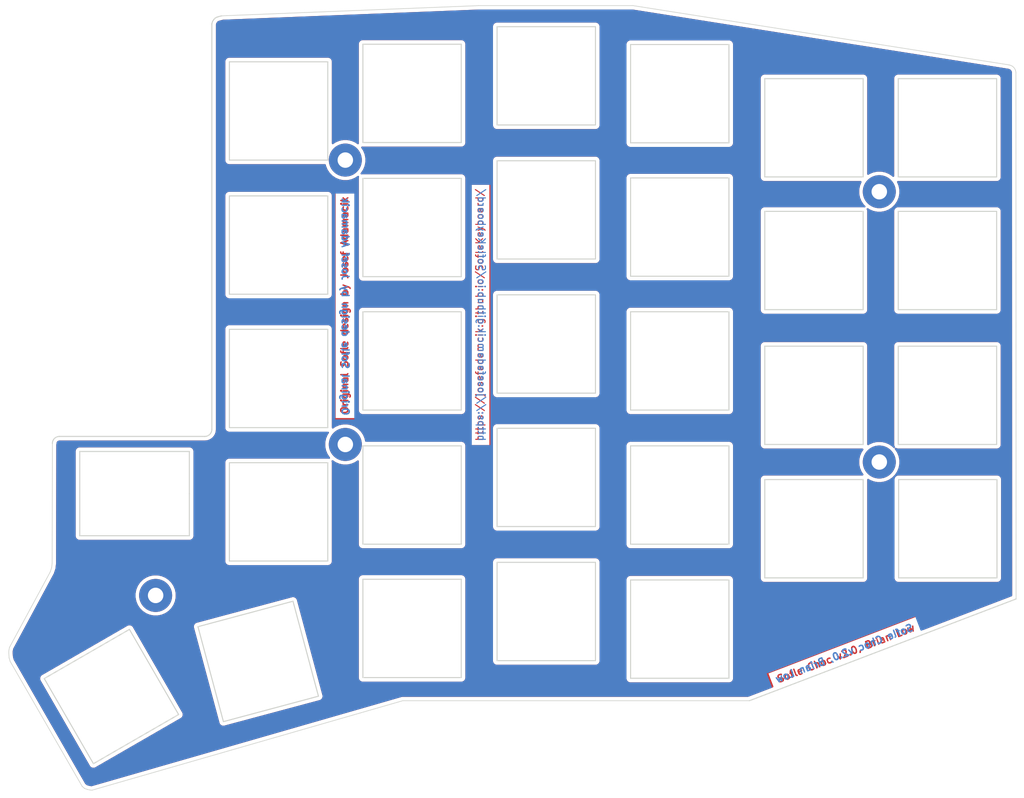
<source format=kicad_pcb>
(kicad_pcb (version 20171130) (host pcbnew "(5.1.9-0-10_14)")

  (general
    (thickness 1.6)
    (drawings 164)
    (tracks 0)
    (zones 0)
    (modules 5)
    (nets 1)
  )

  (page A4)
  (layers
    (0 F.Cu signal)
    (31 B.Cu signal)
    (32 B.Adhes user hide)
    (33 F.Adhes user hide)
    (34 B.Paste user hide)
    (35 F.Paste user hide)
    (36 B.SilkS user)
    (37 F.SilkS user)
    (38 B.Mask user)
    (39 F.Mask user)
    (40 Dwgs.User user)
    (41 Cmts.User user)
    (42 Eco1.User user)
    (43 Eco2.User user)
    (44 Edge.Cuts user)
    (45 Margin user)
    (46 B.CrtYd user)
    (47 F.CrtYd user)
    (48 B.Fab user)
    (49 F.Fab user)
  )

  (setup
    (last_trace_width 0.25)
    (trace_clearance 0.2)
    (zone_clearance 0.508)
    (zone_45_only no)
    (trace_min 0.2)
    (via_size 0.6)
    (via_drill 0.4)
    (via_min_size 0.4)
    (via_min_drill 0.3)
    (uvia_size 0.3)
    (uvia_drill 0.1)
    (uvias_allowed no)
    (uvia_min_size 0.2)
    (uvia_min_drill 0.1)
    (edge_width 0.15)
    (segment_width 0.2)
    (pcb_text_width 0.3)
    (pcb_text_size 1.5 1.5)
    (mod_edge_width 0.15)
    (mod_text_size 1 1)
    (mod_text_width 0.15)
    (pad_size 4.7 4.7)
    (pad_drill 2.2)
    (pad_to_mask_clearance 0.2)
    (aux_axis_origin 0 0)
    (grid_origin 111.995 97.8)
    (visible_elements 7FFFFFFF)
    (pcbplotparams
      (layerselection 0x010f0_ffffffff)
      (usegerberextensions false)
      (usegerberattributes false)
      (usegerberadvancedattributes false)
      (creategerberjobfile false)
      (excludeedgelayer true)
      (linewidth 0.100000)
      (plotframeref false)
      (viasonmask false)
      (mode 1)
      (useauxorigin false)
      (hpglpennumber 1)
      (hpglpenspeed 20)
      (hpglpendiameter 15.000000)
      (psnegative false)
      (psa4output false)
      (plotreference true)
      (plotvalue true)
      (plotinvisibletext false)
      (padsonsilk false)
      (subtractmaskfromsilk false)
      (outputformat 1)
      (mirror false)
      (drillshape 0)
      (scaleselection 1)
      (outputdirectory "gerber/"))
  )

  (net 0 "")

  (net_class Default "This is the default net class."
    (clearance 0.2)
    (trace_width 0.25)
    (via_dia 0.6)
    (via_drill 0.4)
    (uvia_dia 0.3)
    (uvia_drill 0.1)
  )

  (module SofleKeyboard-footprint:HOLE_M2_TH (layer F.Cu) (tedit 5FDAFEE7) (tstamp 5F80E3D9)
    (at 103.995 120.445 90)
    (path /5B74D98F)
    (fp_text reference TH7 (at 0 -2.54 90) (layer F.SilkS) hide
      (effects (font (size 0.29972 0.29972) (thickness 0.0762)))
    )
    (fp_text value HOLE (at 0 2.54 90) (layer F.SilkS) hide
      (effects (font (size 0.29972 0.29972) (thickness 0.0762)))
    )
    (pad "" thru_hole circle (at 0 0 180) (size 4.7 4.7) (drill 2.2) (layers *.Cu *.Mask Dwgs.User)
      (clearance 0.3))
  )

  (module SofleKeyboard-footprint:HOLE_M2_TH (layer F.Cu) (tedit 5FDAFEDF) (tstamp 5F80E35A)
    (at 131.02 99.02)
    (path /5B74D78B)
    (fp_text reference TH5 (at 0 -2.54) (layer F.SilkS) hide
      (effects (font (size 0.29972 0.29972) (thickness 0.0762)))
    )
    (fp_text value HOLE (at 0 2.54) (layer F.SilkS) hide
      (effects (font (size 0.29972 0.29972) (thickness 0.0762)))
    )
    (pad "" thru_hole circle (at -0.025 -0.075 90) (size 4.7 4.7) (drill 2.2) (layers *.Cu *.Mask Dwgs.User)
      (clearance 0.3))
  )

  (module SofleKeyboard-footprint:HOLE_M2_TH (layer F.Cu) (tedit 5FDAFEF8) (tstamp 5F80E2ED)
    (at 207.17 101.47)
    (path /5B74D88C)
    (fp_text reference TH6 (at 0 -2.54) (layer F.SilkS) hide
      (effects (font (size 0.29972 0.29972) (thickness 0.0762)))
    )
    (fp_text value HOLE (at 0 2.54) (layer F.SilkS) hide
      (effects (font (size 0.29972 0.29972) (thickness 0.0762)))
    )
    (pad "" thru_hole circle (at -0.175 -0.025 90) (size 4.7 4.7) (drill 2.2) (layers *.Cu *.Mask Dwgs.User)
      (clearance 0.3))
  )

  (module SofleKeyboard-footprint:HOLE_M2_TH (layer F.Cu) (tedit 5FDAFEC8) (tstamp 5F80E208)
    (at 130.97 58.52)
    (path /5B74DA95)
    (fp_text reference TH3 (at 0 -2.54) (layer F.SilkS) hide
      (effects (font (size 0.29972 0.29972) (thickness 0.0762)))
    )
    (fp_text value HOLE (at 0 2.54) (layer F.SilkS) hide
      (effects (font (size 0.29972 0.29972) (thickness 0.0762)))
    )
    (pad "" thru_hole circle (at 0.025 -0.075 90) (size 4.7 4.7) (drill 2.2) (layers *.Cu *.Mask Dwgs.User)
      (clearance 0.3))
  )

  (module SofleKeyboard-footprint:HOLE_M2_TH (layer F.Cu) (tedit 5FDAFEEF) (tstamp 5F80E1DA)
    (at 207.22 63.22)
    (path /5B74D1C0)
    (fp_text reference TH4 (at 0 -2.54) (layer F.SilkS) hide
      (effects (font (size 0.29972 0.29972) (thickness 0.0762)))
    )
    (fp_text value HOLE (at 0 2.54) (layer F.SilkS) hide
      (effects (font (size 0.29972 0.29972) (thickness 0.0762)))
    )
    (pad "" thru_hole circle (at -0.225 -0.275 90) (size 4.7 4.7) (drill 2.2) (layers *.Cu *.Mask Dwgs.User)
      (clearance 0.3))
  )

  (gr_text "Original Sofle design by Josef Adamacik" (at 130.895 79.1 90) (layer F.Cu) (tstamp 5F80E41D)
    (effects (font (size 1 1) (thickness 0.2)))
  )
  (gr_text "Original Sofle design by Josef Adamacik" (at 130.995 79.3 270) (layer B.Cu) (tstamp 5F80E41C)
    (effects (font (size 1 1) (thickness 0.2)) (justify mirror))
  )
  (gr_text https://josefadamcik.github.io/SofleKeyboard/ (at 150.095 80.5 90) (layer F.Cu) (tstamp 5F80E41B)
    (effects (font (size 1 1) (thickness 0.15)))
  )
  (gr_text https://josefadamcik.github.io/SofleKeyboard/ (at 150.395 80.5 270) (layer B.Cu) (tstamp 5F80E41A)
    (effects (font (size 1 1) (thickness 0.15)) (justify mirror))
  )
  (gr_line (start 112.995 38) (end 113.395 37.9) (layer Edge.Cuts) (width 0.15))
  (gr_line (start 112.695 38.1) (end 112.995 38) (layer Edge.Cuts) (width 0.15))
  (gr_line (start 112.495 38.2) (end 112.695 38.1) (layer Edge.Cuts) (width 0.15))
  (gr_line (start 112.295 38.4) (end 112.495 38.2) (layer Edge.Cuts) (width 0.15))
  (gr_line (start 112.095 38.7) (end 112.295 38.4) (layer Edge.Cuts) (width 0.15))
  (gr_line (start 111.995 39.045) (end 112.095 38.7) (layer Edge.Cuts) (width 0.15))
  (gr_arc (start 110.995 96.8) (end 110.995 97.8) (angle -90) (layer Edge.Cuts) (width 0.15))
  (gr_arc (start 90.3 98.8) (end 90.3 97.8) (angle -90) (layer Edge.Cuts) (width 0.15))
  (gr_line (start 108.795 111.945) (end 108.795 105.945) (layer Edge.Cuts) (width 0.15) (tstamp 5F80B735))
  (gr_line (start 93.195 111.945) (end 108.795 111.945) (layer Edge.Cuts) (width 0.15))
  (gr_line (start 93.195 99.945) (end 93.195 111.945) (layer Edge.Cuts) (width 0.15))
  (gr_line (start 108.795 99.945) (end 93.195 99.945) (layer Edge.Cuts) (width 0.15))
  (gr_line (start 108.795 105.945) (end 108.795 99.945) (layer Edge.Cuts) (width 0.15))
  (gr_line (start 88.142822 132.282822) (end 100.267178 125.282822) (layer Edge.Cuts) (width 0.15) (tstamp 5F80B534))
  (gr_line (start 95.142822 144.407178) (end 88.142822 132.282822) (layer Edge.Cuts) (width 0.15) (tstamp 5F80B533))
  (gr_line (start 100.267178 125.282822) (end 107.267178 137.407178) (layer Edge.Cuts) (width 0.15) (tstamp 5F80B532))
  (gr_line (start 107.267178 137.407178) (end 95.142822 144.407178) (layer Edge.Cuts) (width 0.15) (tstamp 5F80B531))
  (gr_line (start 113.645253 138.418214) (end 110.021786 124.895253) (layer Edge.Cuts) (width 0.15) (tstamp 5F80B534))
  (gr_line (start 127.168214 134.794747) (end 113.645253 138.418214) (layer Edge.Cuts) (width 0.15) (tstamp 5F80B533))
  (gr_line (start 110.021786 124.895253) (end 123.544747 121.271786) (layer Edge.Cuts) (width 0.15) (tstamp 5F80B532))
  (gr_line (start 123.544747 121.271786) (end 127.168214 134.794747) (layer Edge.Cuts) (width 0.15) (tstamp 5F80B531))
  (gr_line (start 223.695 46.845) (end 223.695 60.845) (layer Edge.Cuts) (width 0.15) (tstamp 5F80B534))
  (gr_line (start 209.695 46.845) (end 223.695 46.845) (layer Edge.Cuts) (width 0.15) (tstamp 5F80B533))
  (gr_line (start 223.695 60.845) (end 209.695 60.845) (layer Edge.Cuts) (width 0.15) (tstamp 5F80B532))
  (gr_line (start 209.695 60.845) (end 209.695 46.845) (layer Edge.Cuts) (width 0.15) (tstamp 5F80B531))
  (gr_line (start 223.695 65.745) (end 223.695 79.745) (layer Edge.Cuts) (width 0.15) (tstamp 5F80B534))
  (gr_line (start 209.695 65.745) (end 223.695 65.745) (layer Edge.Cuts) (width 0.15) (tstamp 5F80B533))
  (gr_line (start 223.695 79.745) (end 209.695 79.745) (layer Edge.Cuts) (width 0.15) (tstamp 5F80B532))
  (gr_line (start 209.695 79.745) (end 209.695 65.745) (layer Edge.Cuts) (width 0.15) (tstamp 5F80B531))
  (gr_line (start 223.695 84.945) (end 223.695 98.945) (layer Edge.Cuts) (width 0.15) (tstamp 5F80B534))
  (gr_line (start 209.695 84.945) (end 223.695 84.945) (layer Edge.Cuts) (width 0.15) (tstamp 5F80B533))
  (gr_line (start 223.695 98.945) (end 209.695 98.945) (layer Edge.Cuts) (width 0.15) (tstamp 5F80B532))
  (gr_line (start 209.695 98.945) (end 209.695 84.945) (layer Edge.Cuts) (width 0.15) (tstamp 5F80B531))
  (gr_line (start 223.745 103.945) (end 223.745 117.945) (layer Edge.Cuts) (width 0.15) (tstamp 5F80B534))
  (gr_line (start 209.745 103.945) (end 223.745 103.945) (layer Edge.Cuts) (width 0.15) (tstamp 5F80B533))
  (gr_line (start 223.745 117.945) (end 209.745 117.945) (layer Edge.Cuts) (width 0.15) (tstamp 5F80B532))
  (gr_line (start 209.745 117.945) (end 209.745 103.945) (layer Edge.Cuts) (width 0.15) (tstamp 5F80B531))
  (gr_line (start 204.695 103.945) (end 204.695 117.945) (layer Edge.Cuts) (width 0.15) (tstamp 5F80B534))
  (gr_line (start 190.695 103.945) (end 204.695 103.945) (layer Edge.Cuts) (width 0.15) (tstamp 5F80B533))
  (gr_line (start 204.695 117.945) (end 190.695 117.945) (layer Edge.Cuts) (width 0.15) (tstamp 5F80B532))
  (gr_line (start 190.695 117.945) (end 190.695 103.945) (layer Edge.Cuts) (width 0.15) (tstamp 5F80B531))
  (gr_line (start 204.695 84.945) (end 204.695 98.945) (layer Edge.Cuts) (width 0.15) (tstamp 5F80B534))
  (gr_line (start 190.695 84.945) (end 204.695 84.945) (layer Edge.Cuts) (width 0.15) (tstamp 5F80B533))
  (gr_line (start 204.695 98.945) (end 190.695 98.945) (layer Edge.Cuts) (width 0.15) (tstamp 5F80B532))
  (gr_line (start 190.695 98.945) (end 190.695 84.945) (layer Edge.Cuts) (width 0.15) (tstamp 5F80B531))
  (gr_line (start 204.695 65.745) (end 204.695 79.745) (layer Edge.Cuts) (width 0.15) (tstamp 5F80B534))
  (gr_line (start 190.695 65.745) (end 204.695 65.745) (layer Edge.Cuts) (width 0.15) (tstamp 5F80B533))
  (gr_line (start 204.695 79.745) (end 190.695 79.745) (layer Edge.Cuts) (width 0.15) (tstamp 5F80B532))
  (gr_line (start 190.695 79.745) (end 190.695 65.745) (layer Edge.Cuts) (width 0.15) (tstamp 5F80B531))
  (gr_line (start 204.695 46.845) (end 204.695 60.845) (layer Edge.Cuts) (width 0.15) (tstamp 5F80B534))
  (gr_line (start 190.695 46.845) (end 204.695 46.845) (layer Edge.Cuts) (width 0.15) (tstamp 5F80B533))
  (gr_line (start 204.695 60.845) (end 190.695 60.845) (layer Edge.Cuts) (width 0.15) (tstamp 5F80B532))
  (gr_line (start 190.695 60.845) (end 190.695 46.845) (layer Edge.Cuts) (width 0.15) (tstamp 5F80B531))
  (gr_line (start 185.595 118.245) (end 185.595 132.245) (layer Edge.Cuts) (width 0.15) (tstamp 5F80B534))
  (gr_line (start 171.595 118.245) (end 185.595 118.245) (layer Edge.Cuts) (width 0.15) (tstamp 5F80B533))
  (gr_line (start 185.595 132.245) (end 171.595 132.245) (layer Edge.Cuts) (width 0.15) (tstamp 5F80B532))
  (gr_line (start 171.595 132.245) (end 171.595 118.245) (layer Edge.Cuts) (width 0.15) (tstamp 5F80B531))
  (gr_line (start 185.595 99.145) (end 185.595 113.145) (layer Edge.Cuts) (width 0.15) (tstamp 5F80B534))
  (gr_line (start 171.595 99.145) (end 185.595 99.145) (layer Edge.Cuts) (width 0.15) (tstamp 5F80B533))
  (gr_line (start 185.595 113.145) (end 171.595 113.145) (layer Edge.Cuts) (width 0.15) (tstamp 5F80B532))
  (gr_line (start 171.595 113.145) (end 171.595 99.145) (layer Edge.Cuts) (width 0.15) (tstamp 5F80B531))
  (gr_line (start 185.595 80.045) (end 185.595 94.045) (layer Edge.Cuts) (width 0.15) (tstamp 5F80B534))
  (gr_line (start 171.595 80.045) (end 185.595 80.045) (layer Edge.Cuts) (width 0.15) (tstamp 5F80B533))
  (gr_line (start 185.595 94.045) (end 171.595 94.045) (layer Edge.Cuts) (width 0.15) (tstamp 5F80B532))
  (gr_line (start 171.595 94.045) (end 171.595 80.045) (layer Edge.Cuts) (width 0.15) (tstamp 5F80B531))
  (gr_line (start 185.595 60.985) (end 185.595 74.985) (layer Edge.Cuts) (width 0.15) (tstamp 5F80B534))
  (gr_line (start 171.595 60.985) (end 185.595 60.985) (layer Edge.Cuts) (width 0.15) (tstamp 5F80B533))
  (gr_line (start 185.595 74.985) (end 171.595 74.985) (layer Edge.Cuts) (width 0.15) (tstamp 5F80B532))
  (gr_line (start 171.595 74.985) (end 171.595 60.985) (layer Edge.Cuts) (width 0.15) (tstamp 5F80B531))
  (gr_line (start 185.595 41.985) (end 185.595 55.985) (layer Edge.Cuts) (width 0.15) (tstamp 5F80B534))
  (gr_line (start 171.595 41.985) (end 185.595 41.985) (layer Edge.Cuts) (width 0.15) (tstamp 5F80B533))
  (gr_line (start 185.595 55.985) (end 171.595 55.985) (layer Edge.Cuts) (width 0.15) (tstamp 5F80B532))
  (gr_line (start 171.595 55.985) (end 171.595 41.985) (layer Edge.Cuts) (width 0.15) (tstamp 5F80B531))
  (gr_line (start 166.595 115.735) (end 166.595 129.735) (layer Edge.Cuts) (width 0.15) (tstamp 5F80B534))
  (gr_line (start 152.595 115.735) (end 166.595 115.735) (layer Edge.Cuts) (width 0.15) (tstamp 5F80B533))
  (gr_line (start 166.595 129.735) (end 152.595 129.735) (layer Edge.Cuts) (width 0.15) (tstamp 5F80B532))
  (gr_line (start 152.595 129.735) (end 152.595 115.735) (layer Edge.Cuts) (width 0.15) (tstamp 5F80B531))
  (gr_line (start 166.595 96.635) (end 166.595 110.635) (layer Edge.Cuts) (width 0.15) (tstamp 5F80B534))
  (gr_line (start 152.595 96.635) (end 166.595 96.635) (layer Edge.Cuts) (width 0.15) (tstamp 5F80B533))
  (gr_line (start 166.595 110.635) (end 152.595 110.635) (layer Edge.Cuts) (width 0.15) (tstamp 5F80B532))
  (gr_line (start 152.595 110.635) (end 152.595 96.635) (layer Edge.Cuts) (width 0.15) (tstamp 5F80B531))
  (gr_line (start 166.595 77.635) (end 166.595 91.635) (layer Edge.Cuts) (width 0.15) (tstamp 5F80B534))
  (gr_line (start 152.595 77.635) (end 166.595 77.635) (layer Edge.Cuts) (width 0.15) (tstamp 5F80B533))
  (gr_line (start 166.595 91.635) (end 152.595 91.635) (layer Edge.Cuts) (width 0.15) (tstamp 5F80B532))
  (gr_line (start 152.595 91.635) (end 152.595 77.635) (layer Edge.Cuts) (width 0.15) (tstamp 5F80B531))
  (gr_line (start 166.595 58.535) (end 166.595 72.535) (layer Edge.Cuts) (width 0.15) (tstamp 5F80B534))
  (gr_line (start 152.595 58.535) (end 166.595 58.535) (layer Edge.Cuts) (width 0.15) (tstamp 5F80B533))
  (gr_line (start 166.595 72.535) (end 152.595 72.535) (layer Edge.Cuts) (width 0.15) (tstamp 5F80B532))
  (gr_line (start 152.595 72.535) (end 152.595 58.535) (layer Edge.Cuts) (width 0.15) (tstamp 5F80B531))
  (gr_line (start 166.595 39.445) (end 166.595 53.445) (layer Edge.Cuts) (width 0.15) (tstamp 5F80B534))
  (gr_line (start 152.595 39.445) (end 166.595 39.445) (layer Edge.Cuts) (width 0.15) (tstamp 5F80B533))
  (gr_line (start 166.595 53.445) (end 152.595 53.445) (layer Edge.Cuts) (width 0.15) (tstamp 5F80B532))
  (gr_line (start 152.595 53.445) (end 152.595 39.445) (layer Edge.Cuts) (width 0.15) (tstamp 5F80B531))
  (gr_line (start 147.495 118.145) (end 147.495 132.145) (layer Edge.Cuts) (width 0.15) (tstamp 5F80B534))
  (gr_line (start 133.495 118.145) (end 147.495 118.145) (layer Edge.Cuts) (width 0.15) (tstamp 5F80B533))
  (gr_line (start 147.495 132.145) (end 133.495 132.145) (layer Edge.Cuts) (width 0.15) (tstamp 5F80B532))
  (gr_line (start 133.495 132.145) (end 133.495 118.145) (layer Edge.Cuts) (width 0.15) (tstamp 5F80B531))
  (gr_line (start 147.495 99.145) (end 147.495 113.145) (layer Edge.Cuts) (width 0.15) (tstamp 5F80B534))
  (gr_line (start 133.495 99.145) (end 147.495 99.145) (layer Edge.Cuts) (width 0.15) (tstamp 5F80B533))
  (gr_line (start 147.495 113.145) (end 133.495 113.145) (layer Edge.Cuts) (width 0.15) (tstamp 5F80B532))
  (gr_line (start 133.495 113.145) (end 133.495 99.145) (layer Edge.Cuts) (width 0.15) (tstamp 5F80B531))
  (gr_line (start 147.495 80.045) (end 147.495 94.045) (layer Edge.Cuts) (width 0.15) (tstamp 5F80B534))
  (gr_line (start 133.495 80.045) (end 147.495 80.045) (layer Edge.Cuts) (width 0.15) (tstamp 5F80B533))
  (gr_line (start 147.495 94.045) (end 133.495 94.045) (layer Edge.Cuts) (width 0.15) (tstamp 5F80B532))
  (gr_line (start 133.495 94.045) (end 133.495 80.045) (layer Edge.Cuts) (width 0.15) (tstamp 5F80B531))
  (gr_line (start 147.495 61.045) (end 147.495 75.045) (layer Edge.Cuts) (width 0.15) (tstamp 5F80B534))
  (gr_line (start 133.495 61.045) (end 147.495 61.045) (layer Edge.Cuts) (width 0.15) (tstamp 5F80B533))
  (gr_line (start 147.495 75.045) (end 133.495 75.045) (layer Edge.Cuts) (width 0.15) (tstamp 5F80B532))
  (gr_line (start 133.495 75.045) (end 133.495 61.045) (layer Edge.Cuts) (width 0.15) (tstamp 5F80B531))
  (gr_line (start 147.495 41.945) (end 147.495 55.945) (layer Edge.Cuts) (width 0.15) (tstamp 5F80B534))
  (gr_line (start 133.495 41.945) (end 147.495 41.945) (layer Edge.Cuts) (width 0.15) (tstamp 5F80B533))
  (gr_line (start 147.495 55.945) (end 133.495 55.945) (layer Edge.Cuts) (width 0.15) (tstamp 5F80B532))
  (gr_line (start 133.495 55.945) (end 133.495 41.945) (layer Edge.Cuts) (width 0.15) (tstamp 5F80B531))
  (gr_line (start 128.495 101.545) (end 128.495 115.545) (layer Edge.Cuts) (width 0.15) (tstamp 5F80B534))
  (gr_line (start 114.495 101.545) (end 128.495 101.545) (layer Edge.Cuts) (width 0.15) (tstamp 5F80B533))
  (gr_line (start 128.495 115.545) (end 114.495 115.545) (layer Edge.Cuts) (width 0.15) (tstamp 5F80B532))
  (gr_line (start 114.495 115.545) (end 114.495 101.545) (layer Edge.Cuts) (width 0.15) (tstamp 5F80B531))
  (gr_line (start 128.495 82.545) (end 128.495 96.545) (layer Edge.Cuts) (width 0.15) (tstamp 5F80B534))
  (gr_line (start 114.495 82.545) (end 128.495 82.545) (layer Edge.Cuts) (width 0.15) (tstamp 5F80B533))
  (gr_line (start 128.495 96.545) (end 114.495 96.545) (layer Edge.Cuts) (width 0.15) (tstamp 5F80B532))
  (gr_line (start 114.495 96.545) (end 114.495 82.545) (layer Edge.Cuts) (width 0.15) (tstamp 5F80B531))
  (gr_line (start 128.495 63.545) (end 128.495 77.545) (layer Edge.Cuts) (width 0.15) (tstamp 5F80B534))
  (gr_line (start 114.495 63.545) (end 128.495 63.545) (layer Edge.Cuts) (width 0.15) (tstamp 5F80B533))
  (gr_line (start 128.495 77.545) (end 114.495 77.545) (layer Edge.Cuts) (width 0.15) (tstamp 5F80B532))
  (gr_line (start 114.495 77.545) (end 114.495 63.545) (layer Edge.Cuts) (width 0.15) (tstamp 5F80B531))
  (gr_line (start 128.495 44.445) (end 128.495 58.445) (layer Edge.Cuts) (width 0.15) (tstamp 5F80B534))
  (gr_line (start 114.495 44.445) (end 128.495 44.445) (layer Edge.Cuts) (width 0.15) (tstamp 5F80B533))
  (gr_line (start 128.495 58.445) (end 114.495 58.445) (layer Edge.Cuts) (width 0.15) (tstamp 5F80B532))
  (gr_line (start 114.495 58.445) (end 114.495 44.445) (layer Edge.Cuts) (width 0.15) (tstamp 5F80B531))
  (gr_line (start 111.995 96.8) (end 111.995 39.045) (layer Edge.Cuts) (width 0.15))
  (gr_line (start 90.3 97.8) (end 110.995 97.8) (layer Edge.Cuts) (width 0.15))
  (gr_text "Sofle Choc v2.0, Brian Low" (at 202.245 128.695 21) (layer F.Cu) (tstamp 5F80E427)
    (effects (font (size 1 1) (thickness 0.2)))
  )
  (gr_text "Sofle Choc v2.0, Brian Low" (at 201.995 128.695 21) (layer B.Cu) (tstamp 5F80E422)
    (effects (font (size 1 1) (thickness 0.2)) (justify mirror))
  )
  (gr_line (start 225.856871 45.026466) (end 226.021621 45.1406) (layer Edge.Cuts) (width 0.1) (tstamp 5F80D222))
  (gr_line (start 89.270257 115.845) (end 89.3 98.8) (layer Edge.Cuts) (width 0.1) (tstamp 5F80D216))
  (gr_line (start 226.163321 45.280582) (end 226.278881 45.442807) (layer Edge.Cuts) (width 0.1) (tstamp 5F80D20E))
  (gr_line (start 149.995 36.445) (end 171.945 36.445) (layer Edge.Cuts) (width 0.1) (tstamp 5F80D142))
  (gr_line (start 226.021621 45.1406) (end 226.163321 45.280582) (layer Edge.Cuts) (width 0.1) (tstamp 5F80D134))
  (gr_line (start 139.149128 135.445) (end 94.895 148.195) (layer Edge.Cuts) (width 0.1) (tstamp 5F80D10B))
  (gr_line (start 83.095 128.345) (end 83.195 127.845) (layer Edge.Cuts) (width 0.1) (tstamp 5F80C604))
  (gr_line (start 83.295 129.845) (end 83.145 129.345) (layer Edge.Cuts) (width 0.1) (tstamp 5F80C601))
  (gr_line (start 139.149128 135.445) (end 188.495 135.445) (layer Edge.Cuts) (width 0.1) (tstamp 5F80C600))
  (gr_line (start 149.995 36.445) (end 113.395 37.9) (layer Edge.Cuts) (width 0.1) (tstamp 5F80C5FF))
  (gr_line (start 226.365281 45.623672) (end 226.419381 45.819571) (layer Edge.Cuts) (width 0.1) (tstamp 5F80C5FD))
  (gr_line (start 83.195 127.845) (end 88.995 117.095) (layer Edge.Cuts) (width 0.1) (tstamp 5F80C5FA))
  (gr_line (start 226.419381 45.819571) (end 226.438181 46.026902) (layer Edge.Cuts) (width 0.1) (tstamp 5F80C5F9))
  (gr_line (start 226.438181 46.026902) (end 226.465181 120.945) (layer Edge.Cuts) (width 0.1) (tstamp 5F80C5F8))
  (gr_line (start 225.470441 44.890146) (end 225.672111 44.941776) (layer Edge.Cuts) (width 0.1) (tstamp 5F80C5F7))
  (gr_line (start 93.545 147.645) (end 93.895 147.945) (layer Edge.Cuts) (width 0.1) (tstamp 5F80C5F2))
  (gr_line (start 83.095 128.745) (end 83.095 128.345) (layer Edge.Cuts) (width 0.1) (tstamp 5F80C5ED))
  (gr_line (start 89.195 116.495) (end 88.995 117.095) (layer Edge.Cuts) (width 0.1) (tstamp 5F80C5EB))
  (gr_line (start 226.465181 120.945) (end 188.495 135.445) (layer Edge.Cuts) (width 0.15) (tstamp 5F80C5E5))
  (gr_line (start 225.672111 44.941776) (end 225.856871 45.026466) (layer Edge.Cuts) (width 0.1) (tstamp 5F80C5E4))
  (gr_line (start 93.895 147.945) (end 94.345 148.095) (layer Edge.Cuts) (width 0.1) (tstamp 5F80C5E3))
  (gr_line (start 83.145 129.345) (end 83.095 128.745) (layer Edge.Cuts) (width 0.1) (tstamp 5F80C5E0))
  (gr_line (start 94.345 148.095) (end 94.895 148.195) (layer Edge.Cuts) (width 0.1) (tstamp 5F80C5DF))
  (gr_line (start 89.270257 115.845) (end 89.195 116.495) (layer Edge.Cuts) (width 0.1) (tstamp 5F80C5DE))
  (gr_line (start 171.945 36.445) (end 225.470441 44.890146) (layer Edge.Cuts) (width 0.1) (tstamp 5F80C5BB))
  (gr_line (start 93.545 147.645) (end 83.295 129.845) (layer Edge.Cuts) (width 0.1) (tstamp 5F80C5BA))
  (gr_line (start 226.278881 45.442807) (end 226.365281 45.623672) (layer Edge.Cuts) (width 0.1) (tstamp 5F80C5B9))

  (zone (net 0) (net_name "") (layer F.Cu) (tstamp 5F80D23D) (hatch edge 0.508)
    (connect_pads (clearance 0.508))
    (min_thickness 0.254)
    (fill yes (arc_segments 32) (thermal_gap 0.508) (thermal_bridge_width 0.508))
    (polygon
      (pts
        (xy 81.945 128.645) (xy 93.895 149.095) (xy 138.995 136.395) (xy 158.245 136.495) (xy 188.445 136.295)
        (xy 226.895 122.945) (xy 226.995 44.245) (xy 172.695 35.745) (xy 88.445 38.045) (xy 88.795 116.445)
      )
    )
    (filled_polygon
      (pts
        (xy 225.331807 45.561746) (xy 225.442617 45.590115) (xy 225.516481 45.623972) (xy 225.582585 45.669767) (xy 225.639771 45.726261)
        (xy 225.686436 45.791768) (xy 225.721105 45.864343) (xy 225.742732 45.942657) (xy 225.753192 46.058012) (xy 225.780002 120.446646)
        (xy 213.188396 125.255112) (xy 212.430322 123.280262) (xy 191.052665 131.486376) (xy 191.796529 133.424208) (xy 188.29858 134.76)
        (xy 139.153838 134.76) (xy 139.091265 134.759123) (xy 139.053284 134.766126) (xy 139.014845 134.769912) (xy 138.954927 134.788088)
        (xy 94.859605 147.492335) (xy 94.515432 147.429758) (xy 94.238912 147.337584) (xy 94.07999 147.201366) (xy 85.462387 132.236162)
        (xy 87.430915 132.236162) (xy 87.435491 132.375943) (xy 87.467249 132.512148) (xy 87.52497 132.639539) (xy 87.545383 132.668025)
        (xy 94.510511 144.731983) (xy 94.52497 144.763895) (xy 94.545377 144.792373) (xy 94.545382 144.792382) (xy 94.606432 144.877578)
        (xy 94.676889 144.943567) (xy 94.708511 144.973184) (xy 94.753423 145.001112) (xy 94.827277 145.047038) (xy 94.958171 145.096303)
        (xy 95.096161 145.119085) (xy 95.096162 145.119085) (xy 95.235943 145.114509) (xy 95.372148 145.082751) (xy 95.467617 145.039494)
        (xy 95.467618 145.039494) (xy 95.499539 145.02503) (xy 95.528025 145.004617) (xy 107.591983 138.039489) (xy 107.623895 138.02503)
        (xy 107.652373 138.004623) (xy 107.652382 138.004618) (xy 107.737578 137.943568) (xy 107.833183 137.84149) (xy 107.907038 137.722723)
        (xy 107.956303 137.591829) (xy 107.979085 137.453839) (xy 107.974509 137.314057) (xy 107.942751 137.177852) (xy 107.942751 137.177851)
        (xy 107.899494 137.082382) (xy 107.899491 137.082377) (xy 107.88503 137.050461) (xy 107.86462 137.021979) (xy 100.899493 124.958025)
        (xy 100.892194 124.941914) (xy 109.309879 124.941914) (xy 109.332661 125.079903) (xy 109.345005 125.112701) (xy 112.950421 138.568296)
        (xy 112.956128 138.602864) (xy 112.968469 138.635654) (xy 112.968472 138.635664) (xy 113.005392 138.733758) (xy 113.079247 138.852526)
        (xy 113.174852 138.954603) (xy 113.288535 139.036067) (xy 113.415927 139.093787) (xy 113.55213 139.125545) (xy 113.691914 139.130122)
        (xy 113.829903 139.107339) (xy 113.862704 139.094994) (xy 127.318294 135.48958) (xy 127.352864 135.483872) (xy 127.385657 135.47153)
        (xy 127.385664 135.471528) (xy 127.483758 135.434608) (xy 127.602526 135.360753) (xy 127.704603 135.265148) (xy 127.786067 135.151465)
        (xy 127.843787 135.024073) (xy 127.875545 134.88787) (xy 127.880122 134.748086) (xy 127.857339 134.610097) (xy 127.844995 134.577299)
        (xy 124.239581 121.121716) (xy 124.233872 121.087136) (xy 124.184608 120.956242) (xy 124.110753 120.837474) (xy 124.015148 120.735398)
        (xy 123.901465 120.653933) (xy 123.774073 120.596213) (xy 123.637869 120.564455) (xy 123.498086 120.559879) (xy 123.394674 120.576952)
        (xy 123.394671 120.576953) (xy 123.360097 120.582661) (xy 123.327301 120.595005) (xy 109.871713 124.200419) (xy 109.837136 124.206128)
        (xy 109.804336 124.218473) (xy 109.706242 124.255393) (xy 109.587475 124.329248) (xy 109.485398 124.424853) (xy 109.403933 124.538536)
        (xy 109.346213 124.665928) (xy 109.314455 124.802131) (xy 109.309879 124.941914) (xy 100.892194 124.941914) (xy 100.88503 124.926105)
        (xy 100.803567 124.812422) (xy 100.701489 124.716816) (xy 100.582722 124.642962) (xy 100.451828 124.593697) (xy 100.313838 124.570915)
        (xy 100.174056 124.575491) (xy 100.037851 124.607249) (xy 99.942382 124.650506) (xy 99.942377 124.650509) (xy 99.910461 124.66497)
        (xy 99.881979 124.68538) (xy 87.818025 131.650507) (xy 87.786105 131.66497) (xy 87.75762 131.685382) (xy 87.757618 131.685383)
        (xy 87.672422 131.746433) (xy 87.576816 131.848511) (xy 87.502962 131.967278) (xy 87.453697 132.098172) (xy 87.430915 132.236162)
        (xy 85.462387 132.236162) (xy 83.928274 129.572044) (xy 83.821687 129.216756) (xy 83.78 128.716515) (xy 83.78 128.412828)
        (xy 83.846575 128.079954) (xy 88.124521 120.151003) (xy 101.01 120.151003) (xy 101.01 120.738997) (xy 101.124712 121.315692)
        (xy 101.349727 121.858928) (xy 101.676399 122.347826) (xy 102.092174 122.763601) (xy 102.581072 123.090273) (xy 103.124308 123.315288)
        (xy 103.701003 123.43) (xy 104.288997 123.43) (xy 104.865692 123.315288) (xy 105.408928 123.090273) (xy 105.897826 122.763601)
        (xy 106.313601 122.347826) (xy 106.640273 121.858928) (xy 106.865288 121.315692) (xy 106.98 120.738997) (xy 106.98 120.151003)
        (xy 106.865288 119.574308) (xy 106.640273 119.031072) (xy 106.313601 118.542174) (xy 105.916427 118.145) (xy 132.781565 118.145)
        (xy 132.785001 118.179887) (xy 132.785 132.110123) (xy 132.781565 132.145) (xy 132.795273 132.284184) (xy 132.835872 132.41802)
        (xy 132.9018 132.541363) (xy 132.990525 132.649475) (xy 133.098637 132.7382) (xy 133.22198 132.804128) (xy 133.355816 132.844727)
        (xy 133.495 132.858435) (xy 133.529877 132.855) (xy 147.460123 132.855) (xy 147.495 132.858435) (xy 147.529877 132.855)
        (xy 147.592545 132.848828) (xy 147.634184 132.844727) (xy 147.76802 132.804128) (xy 147.891363 132.7382) (xy 147.999475 132.649475)
        (xy 148.0882 132.541363) (xy 148.154128 132.41802) (xy 148.194727 132.284184) (xy 148.205 132.179877) (xy 148.205 132.179876)
        (xy 148.208435 132.145) (xy 148.205 132.110123) (xy 148.205 118.179877) (xy 148.208435 118.145) (xy 148.194727 118.005816)
        (xy 148.154128 117.87198) (xy 148.0882 117.748637) (xy 147.999475 117.640525) (xy 147.891363 117.5518) (xy 147.76802 117.485872)
        (xy 147.634184 117.445273) (xy 147.529877 117.435) (xy 147.495 117.431565) (xy 147.460123 117.435) (xy 133.529877 117.435)
        (xy 133.495 117.431565) (xy 133.460123 117.435) (xy 133.355816 117.445273) (xy 133.22198 117.485872) (xy 133.098637 117.5518)
        (xy 132.990525 117.640525) (xy 132.9018 117.748637) (xy 132.835872 117.87198) (xy 132.795273 118.005816) (xy 132.781565 118.145)
        (xy 105.916427 118.145) (xy 105.897826 118.126399) (xy 105.408928 117.799727) (xy 104.865692 117.574712) (xy 104.288997 117.46)
        (xy 103.701003 117.46) (xy 103.124308 117.574712) (xy 102.581072 117.799727) (xy 102.092174 118.126399) (xy 101.676399 118.542174)
        (xy 101.349727 119.031072) (xy 101.124712 119.574308) (xy 101.01 120.151003) (xy 88.124521 120.151003) (xy 89.578074 117.456918)
        (xy 89.59298 117.435873) (xy 89.610021 117.397706) (xy 89.613829 117.390648) (xy 89.62376 117.366935) (xy 89.634207 117.343536)
        (xy 89.636735 117.335952) (xy 89.652891 117.297374) (xy 89.658024 117.272087) (xy 89.83531 116.74023) (xy 89.850164 116.706034)
        (xy 89.863713 116.643522) (xy 89.877908 116.58109) (xy 89.878923 116.543817) (xy 89.943563 115.985526) (xy 89.945109 115.98046)
        (xy 89.95131 115.918616) (xy 89.954581 115.89036) (xy 89.954671 115.885087) (xy 89.955197 115.879842) (xy 89.955247 115.851414)
        (xy 89.956309 115.789252) (xy 89.955364 115.784038) (xy 89.983002 99.945) (xy 92.481565 99.945) (xy 92.485 99.979877)
        (xy 92.485001 111.910113) (xy 92.481565 111.945) (xy 92.495273 112.084184) (xy 92.535872 112.21802) (xy 92.6018 112.341363)
        (xy 92.690525 112.449475) (xy 92.798637 112.5382) (xy 92.92198 112.604128) (xy 93.055816 112.644727) (xy 93.160123 112.655)
        (xy 93.195 112.658435) (xy 93.229877 112.655) (xy 108.760123 112.655) (xy 108.795 112.658435) (xy 108.829877 112.655)
        (xy 108.934184 112.644727) (xy 109.06802 112.604128) (xy 109.191363 112.5382) (xy 109.299475 112.449475) (xy 109.3882 112.341363)
        (xy 109.454128 112.21802) (xy 109.494727 112.084184) (xy 109.508435 111.945) (xy 109.505 111.910123) (xy 109.505 99.979877)
        (xy 109.508435 99.945) (xy 109.494727 99.805816) (xy 109.454128 99.67198) (xy 109.3882 99.548637) (xy 109.299475 99.440525)
        (xy 109.191363 99.3518) (xy 109.06802 99.285872) (xy 108.934184 99.245273) (xy 108.829877 99.235) (xy 108.795 99.231565)
        (xy 108.760123 99.235) (xy 93.229877 99.235) (xy 93.195 99.231565) (xy 93.160123 99.235) (xy 93.055816 99.245273)
        (xy 92.92198 99.285872) (xy 92.798637 99.3518) (xy 92.690525 99.440525) (xy 92.6018 99.548637) (xy 92.535872 99.67198)
        (xy 92.495273 99.805816) (xy 92.481565 99.945) (xy 89.983002 99.945) (xy 89.984691 98.977395) (xy 90.005575 98.879143)
        (xy 90.006611 98.869285) (xy 90.018863 98.744335) (xy 90.03503 98.690786) (xy 90.061288 98.641403) (xy 90.096641 98.598055)
        (xy 90.13974 98.5624) (xy 90.188937 98.535799) (xy 90.242375 98.519258) (xy 90.330455 98.51) (xy 111.029877 98.51)
        (xy 111.060222 98.507011) (xy 111.066332 98.507054) (xy 111.076198 98.506086) (xy 111.270295 98.485685) (xy 111.33331 98.47275)
        (xy 111.39654 98.460688) (xy 111.40603 98.457823) (xy 111.592468 98.400111) (xy 111.651797 98.375171) (xy 111.711455 98.351068)
        (xy 111.720208 98.346414) (xy 111.891885 98.253589) (xy 111.945198 98.217629) (xy 111.999083 98.182367) (xy 112.006765 98.176102)
        (xy 112.157143 98.051698) (xy 112.20248 98.006043) (xy 112.248463 97.961013) (xy 112.254782 97.953375) (xy 112.378132 97.802133)
        (xy 112.413757 97.748513) (xy 112.450099 97.695436) (xy 112.454814 97.686716) (xy 112.546439 97.514394) (xy 112.570951 97.454924)
        (xy 112.596312 97.395752) (xy 112.599243 97.386282) (xy 112.655652 97.199446) (xy 112.668152 97.136316) (xy 112.68153 97.073377)
        (xy 112.682566 97.063519) (xy 112.701611 96.869285) (xy 112.705 96.834877) (xy 112.705 82.545) (xy 113.781565 82.545)
        (xy 113.785001 82.579887) (xy 113.785 96.510123) (xy 113.781565 96.545) (xy 113.795273 96.684184) (xy 113.835872 96.81802)
        (xy 113.9018 96.941363) (xy 113.990525 97.049475) (xy 114.069533 97.114315) (xy 114.098637 97.1382) (xy 114.22198 97.204128)
        (xy 114.355816 97.244727) (xy 114.495 97.258435) (xy 114.529877 97.255) (xy 128.460123 97.255) (xy 128.495 97.258435)
        (xy 128.529877 97.255) (xy 128.534497 97.254545) (xy 128.349727 97.531072) (xy 128.124712 98.074308) (xy 128.01 98.651003)
        (xy 128.01 99.238997) (xy 128.124712 99.815692) (xy 128.349727 100.358928) (xy 128.676399 100.847826) (xy 128.691116 100.862543)
        (xy 128.634184 100.845273) (xy 128.529877 100.835) (xy 128.495 100.831565) (xy 128.460123 100.835) (xy 114.529877 100.835)
        (xy 114.495 100.831565) (xy 114.460123 100.835) (xy 114.355816 100.845273) (xy 114.22198 100.885872) (xy 114.098637 100.9518)
        (xy 113.990525 101.040525) (xy 113.9018 101.148637) (xy 113.835872 101.27198) (xy 113.795273 101.405816) (xy 113.781565 101.545)
        (xy 113.785001 101.579887) (xy 113.785 115.510123) (xy 113.781565 115.545) (xy 113.795273 115.684184) (xy 113.835872 115.81802)
        (xy 113.9018 115.941363) (xy 113.990525 116.049475) (xy 114.090306 116.131363) (xy 114.098637 116.1382) (xy 114.22198 116.204128)
        (xy 114.355816 116.244727) (xy 114.495 116.258435) (xy 114.529877 116.255) (xy 128.460123 116.255) (xy 128.495 116.258435)
        (xy 128.529877 116.255) (xy 128.634184 116.244727) (xy 128.76802 116.204128) (xy 128.891363 116.1382) (xy 128.999475 116.049475)
        (xy 129.0882 115.941363) (xy 129.154128 115.81802) (xy 129.179312 115.735) (xy 151.881565 115.735) (xy 151.885001 115.769887)
        (xy 151.885 129.700123) (xy 151.881565 129.735) (xy 151.895273 129.874184) (xy 151.935872 130.00802) (xy 152.0018 130.131363)
        (xy 152.090525 130.239475) (xy 152.198637 130.3282) (xy 152.32198 130.394128) (xy 152.455816 130.434727) (xy 152.595 130.448435)
        (xy 152.629877 130.445) (xy 166.560123 130.445) (xy 166.595 130.448435) (xy 166.629877 130.445) (xy 166.734184 130.434727)
        (xy 166.86802 130.394128) (xy 166.991363 130.3282) (xy 167.099475 130.239475) (xy 167.1882 130.131363) (xy 167.254128 130.00802)
        (xy 167.294727 129.874184) (xy 167.308435 129.735) (xy 167.305 129.700123) (xy 167.305 118.245) (xy 170.881565 118.245)
        (xy 170.885001 118.279887) (xy 170.885 132.210123) (xy 170.881565 132.245) (xy 170.895273 132.384184) (xy 170.935872 132.51802)
        (xy 171.0018 132.641363) (xy 171.090525 132.749475) (xy 171.198637 132.8382) (xy 171.32198 132.904128) (xy 171.455816 132.944727)
        (xy 171.595 132.958435) (xy 171.629877 132.955) (xy 185.560123 132.955) (xy 185.595 132.958435) (xy 185.629877 132.955)
        (xy 185.734184 132.944727) (xy 185.86802 132.904128) (xy 185.991363 132.8382) (xy 186.099475 132.749475) (xy 186.1882 132.641363)
        (xy 186.254128 132.51802) (xy 186.294727 132.384184) (xy 186.308435 132.245) (xy 186.305 132.210123) (xy 186.305 118.279877)
        (xy 186.308435 118.245) (xy 186.294727 118.105816) (xy 186.254128 117.97198) (xy 186.1882 117.848637) (xy 186.099475 117.740525)
        (xy 185.991363 117.6518) (xy 185.86802 117.585872) (xy 185.734184 117.545273) (xy 185.629877 117.535) (xy 185.595 117.531565)
        (xy 185.560123 117.535) (xy 171.629877 117.535) (xy 171.595 117.531565) (xy 171.560123 117.535) (xy 171.455816 117.545273)
        (xy 171.32198 117.585872) (xy 171.198637 117.6518) (xy 171.090525 117.740525) (xy 171.0018 117.848637) (xy 170.935872 117.97198)
        (xy 170.895273 118.105816) (xy 170.881565 118.245) (xy 167.305 118.245) (xy 167.305 115.769877) (xy 167.308435 115.735)
        (xy 167.294727 115.595816) (xy 167.254128 115.46198) (xy 167.1882 115.338637) (xy 167.099475 115.230525) (xy 166.991363 115.1418)
        (xy 166.86802 115.075872) (xy 166.734184 115.035273) (xy 166.629877 115.025) (xy 166.595 115.021565) (xy 166.560123 115.025)
        (xy 152.629877 115.025) (xy 152.595 115.021565) (xy 152.560123 115.025) (xy 152.455816 115.035273) (xy 152.32198 115.075872)
        (xy 152.198637 115.1418) (xy 152.090525 115.230525) (xy 152.0018 115.338637) (xy 151.935872 115.46198) (xy 151.895273 115.595816)
        (xy 151.881565 115.735) (xy 129.179312 115.735) (xy 129.194727 115.684184) (xy 129.208435 115.545) (xy 129.205 115.510123)
        (xy 129.205 101.579877) (xy 129.208435 101.545) (xy 129.194727 101.405816) (xy 129.16669 101.313391) (xy 129.581072 101.590273)
        (xy 130.124308 101.815288) (xy 130.701003 101.93) (xy 131.288997 101.93) (xy 131.865692 101.815288) (xy 132.408928 101.590273)
        (xy 132.785001 101.338989) (xy 132.785 113.110123) (xy 132.781565 113.145) (xy 132.795273 113.284184) (xy 132.835872 113.41802)
        (xy 132.9018 113.541363) (xy 132.990525 113.649475) (xy 133.098637 113.7382) (xy 133.22198 113.804128) (xy 133.355816 113.844727)
        (xy 133.495 113.858435) (xy 133.529877 113.855) (xy 147.460123 113.855) (xy 147.495 113.858435) (xy 147.529877 113.855)
        (xy 147.634184 113.844727) (xy 147.76802 113.804128) (xy 147.891363 113.7382) (xy 147.999475 113.649475) (xy 148.0882 113.541363)
        (xy 148.154128 113.41802) (xy 148.194727 113.284184) (xy 148.208435 113.145) (xy 148.205 113.110123) (xy 148.205 99.179877)
        (xy 148.208435 99.145) (xy 148.194727 99.005816) (xy 148.154128 98.87198) (xy 148.0882 98.748637) (xy 147.999475 98.640525)
        (xy 147.891363 98.5518) (xy 147.76802 98.485872) (xy 147.634184 98.445273) (xy 147.529877 98.435) (xy 147.495 98.431565)
        (xy 147.460123 98.435) (xy 133.937034 98.435) (xy 133.865288 98.074308) (xy 133.640273 97.531072) (xy 133.313601 97.042174)
        (xy 132.897826 96.626399) (xy 132.408928 96.299727) (xy 131.865692 96.074712) (xy 131.288997 95.96) (xy 130.701003 95.96)
        (xy 130.124308 96.074712) (xy 129.581072 96.299727) (xy 129.208043 96.548977) (xy 129.208435 96.545) (xy 129.205 96.510123)
        (xy 129.205 82.579877) (xy 129.208435 82.545) (xy 129.194727 82.405816) (xy 129.154128 82.27198) (xy 129.0882 82.148637)
        (xy 128.999475 82.040525) (xy 128.891363 81.9518) (xy 128.76802 81.885872) (xy 128.634184 81.845273) (xy 128.529877 81.835)
        (xy 128.495 81.831565) (xy 128.460123 81.835) (xy 114.529877 81.835) (xy 114.495 81.831565) (xy 114.460123 81.835)
        (xy 114.355816 81.845273) (xy 114.22198 81.885872) (xy 114.098637 81.9518) (xy 113.990525 82.040525) (xy 113.9018 82.148637)
        (xy 113.835872 82.27198) (xy 113.795273 82.405816) (xy 113.781565 82.545) (xy 112.705 82.545) (xy 112.705 63.545)
        (xy 113.781565 63.545) (xy 113.785001 63.579887) (xy 113.785 77.510123) (xy 113.781565 77.545) (xy 113.795273 77.684184)
        (xy 113.835872 77.81802) (xy 113.9018 77.941363) (xy 113.990525 78.049475) (xy 114.098637 78.1382) (xy 114.22198 78.204128)
        (xy 114.355816 78.244727) (xy 114.495 78.258435) (xy 114.529877 78.255) (xy 128.460123 78.255) (xy 128.495 78.258435)
        (xy 128.529877 78.255) (xy 128.634184 78.244727) (xy 128.76802 78.204128) (xy 128.891363 78.1382) (xy 128.999475 78.049475)
        (xy 129.0882 77.941363) (xy 129.154128 77.81802) (xy 129.194727 77.684184) (xy 129.208435 77.545) (xy 129.205 77.510123)
        (xy 129.205 63.579877) (xy 129.208435 63.545) (xy 129.194727 63.405816) (xy 129.154128 63.27198) (xy 129.0882 63.148637)
        (xy 128.999475 63.040525) (xy 128.891363 62.9518) (xy 128.773515 62.888809) (xy 129.49 62.888809) (xy 129.49 95.31119)
        (xy 132.46 95.31119) (xy 132.46 80.045) (xy 132.781565 80.045) (xy 132.785001 80.079887) (xy 132.785 94.010123)
        (xy 132.781565 94.045) (xy 132.795273 94.184184) (xy 132.835872 94.31802) (xy 132.9018 94.441363) (xy 132.990525 94.549475)
        (xy 133.098637 94.6382) (xy 133.22198 94.704128) (xy 133.355816 94.744727) (xy 133.495 94.758435) (xy 133.529877 94.755)
        (xy 147.460123 94.755) (xy 147.495 94.758435) (xy 147.529877 94.755) (xy 147.634184 94.744727) (xy 147.76802 94.704128)
        (xy 147.891363 94.6382) (xy 147.999475 94.549475) (xy 148.0882 94.441363) (xy 148.154128 94.31802) (xy 148.194727 94.184184)
        (xy 148.208435 94.045) (xy 148.205 94.010123) (xy 148.205 80.079877) (xy 148.208435 80.045) (xy 148.194727 79.905816)
        (xy 148.154128 79.77198) (xy 148.0882 79.648637) (xy 147.999475 79.540525) (xy 147.891363 79.4518) (xy 147.76802 79.385872)
        (xy 147.634184 79.345273) (xy 147.529877 79.335) (xy 147.495 79.331565) (xy 147.460123 79.335) (xy 133.529877 79.335)
        (xy 133.495 79.331565) (xy 133.460123 79.335) (xy 133.355816 79.345273) (xy 133.22198 79.385872) (xy 133.098637 79.4518)
        (xy 132.990525 79.540525) (xy 132.9018 79.648637) (xy 132.835872 79.77198) (xy 132.795273 79.905816) (xy 132.781565 80.045)
        (xy 132.46 80.045) (xy 132.46 62.888809) (xy 129.49 62.888809) (xy 128.773515 62.888809) (xy 128.76802 62.885872)
        (xy 128.634184 62.845273) (xy 128.529877 62.835) (xy 128.495 62.831565) (xy 128.460123 62.835) (xy 114.529877 62.835)
        (xy 114.495 62.831565) (xy 114.460123 62.835) (xy 114.355816 62.845273) (xy 114.22198 62.885872) (xy 114.098637 62.9518)
        (xy 113.990525 63.040525) (xy 113.9018 63.148637) (xy 113.835872 63.27198) (xy 113.795273 63.405816) (xy 113.781565 63.545)
        (xy 112.705 63.545) (xy 112.705 44.445) (xy 113.781565 44.445) (xy 113.785001 44.479887) (xy 113.785 58.410123)
        (xy 113.781565 58.445) (xy 113.795273 58.584184) (xy 113.835872 58.71802) (xy 113.9018 58.841363) (xy 113.990525 58.949475)
        (xy 114.098637 59.0382) (xy 114.22198 59.104128) (xy 114.355816 59.144727) (xy 114.495 59.158435) (xy 114.529877 59.155)
        (xy 128.092748 59.155) (xy 128.124712 59.315692) (xy 128.349727 59.858928) (xy 128.676399 60.347826) (xy 129.092174 60.763601)
        (xy 129.581072 61.090273) (xy 130.124308 61.315288) (xy 130.701003 61.43) (xy 131.288997 61.43) (xy 131.865692 61.315288)
        (xy 132.408928 61.090273) (xy 132.82331 60.813391) (xy 132.795273 60.905816) (xy 132.781565 61.045) (xy 132.785001 61.079887)
        (xy 132.785 75.010123) (xy 132.781565 75.045) (xy 132.795273 75.184184) (xy 132.835872 75.31802) (xy 132.9018 75.441363)
        (xy 132.990525 75.549475) (xy 133.025527 75.5782) (xy 133.098637 75.6382) (xy 133.22198 75.704128) (xy 133.355816 75.744727)
        (xy 133.495 75.758435) (xy 133.529877 75.755) (xy 147.460123 75.755) (xy 147.495 75.758435) (xy 147.529877 75.755)
        (xy 147.634184 75.744727) (xy 147.76802 75.704128) (xy 147.891363 75.6382) (xy 147.999475 75.549475) (xy 148.0882 75.441363)
        (xy 148.154128 75.31802) (xy 148.194727 75.184184) (xy 148.208435 75.045) (xy 148.205 75.010123) (xy 148.205 61.837619)
        (xy 148.7025 61.837619) (xy 148.7025 99.162381) (xy 151.6225 99.162381) (xy 151.6225 96.635) (xy 151.881565 96.635)
        (xy 151.885001 96.669887) (xy 151.885 110.600123) (xy 151.881565 110.635) (xy 151.895273 110.774184) (xy 151.935872 110.90802)
        (xy 152.0018 111.031363) (xy 152.090525 111.139475) (xy 152.198637 111.2282) (xy 152.32198 111.294128) (xy 152.455816 111.334727)
        (xy 152.595 111.348435) (xy 152.629877 111.345) (xy 166.560123 111.345) (xy 166.595 111.348435) (xy 166.629877 111.345)
        (xy 166.734184 111.334727) (xy 166.86802 111.294128) (xy 166.991363 111.2282) (xy 167.099475 111.139475) (xy 167.1882 111.031363)
        (xy 167.254128 110.90802) (xy 167.294727 110.774184) (xy 167.308435 110.635) (xy 167.305 110.600123) (xy 167.305 99.145)
        (xy 170.881565 99.145) (xy 170.885001 99.179887) (xy 170.885 113.110123) (xy 170.881565 113.145) (xy 170.895273 113.284184)
        (xy 170.935872 113.41802) (xy 171.0018 113.541363) (xy 171.090525 113.649475) (xy 171.198637 113.7382) (xy 171.32198 113.804128)
        (xy 171.455816 113.844727) (xy 171.595 113.858435) (xy 171.629877 113.855) (xy 185.560123 113.855) (xy 185.595 113.858435)
        (xy 185.629877 113.855) (xy 185.734184 113.844727) (xy 185.86802 113.804128) (xy 185.991363 113.7382) (xy 186.099475 113.649475)
        (xy 186.1882 113.541363) (xy 186.254128 113.41802) (xy 186.294727 113.284184) (xy 186.308435 113.145) (xy 186.305 113.110123)
        (xy 186.305 99.179877) (xy 186.308435 99.145) (xy 186.294727 99.005816) (xy 186.254128 98.87198) (xy 186.1882 98.748637)
        (xy 186.099475 98.640525) (xy 185.991363 98.5518) (xy 185.86802 98.485872) (xy 185.734184 98.445273) (xy 185.629877 98.435)
        (xy 185.595 98.431565) (xy 185.560123 98.435) (xy 171.629877 98.435) (xy 171.595 98.431565) (xy 171.560123 98.435)
        (xy 171.455816 98.445273) (xy 171.32198 98.485872) (xy 171.198637 98.5518) (xy 171.090525 98.640525) (xy 171.0018 98.748637)
        (xy 170.935872 98.87198) (xy 170.895273 99.005816) (xy 170.881565 99.145) (xy 167.305 99.145) (xy 167.305 96.669877)
        (xy 167.308435 96.635) (xy 167.294727 96.495816) (xy 167.254128 96.36198) (xy 167.1882 96.238637) (xy 167.099475 96.130525)
        (xy 166.991363 96.0418) (xy 166.86802 95.975872) (xy 166.734184 95.935273) (xy 166.629877 95.925) (xy 166.595 95.921565)
        (xy 166.560123 95.925) (xy 152.629877 95.925) (xy 152.595 95.921565) (xy 152.560123 95.925) (xy 152.455816 95.935273)
        (xy 152.32198 95.975872) (xy 152.198637 96.0418) (xy 152.090525 96.130525) (xy 152.0018 96.238637) (xy 151.935872 96.36198)
        (xy 151.895273 96.495816) (xy 151.881565 96.635) (xy 151.6225 96.635) (xy 151.6225 77.635) (xy 151.881565 77.635)
        (xy 151.885001 77.669887) (xy 151.885 91.600123) (xy 151.881565 91.635) (xy 151.895273 91.774184) (xy 151.935872 91.90802)
        (xy 152.0018 92.031363) (xy 152.090525 92.139475) (xy 152.198637 92.2282) (xy 152.32198 92.294128) (xy 152.455816 92.334727)
        (xy 152.595 92.348435) (xy 152.629877 92.345) (xy 166.560123 92.345) (xy 166.595 92.348435) (xy 166.629877 92.345)
        (xy 166.734184 92.334727) (xy 166.86802 92.294128) (xy 166.991363 92.2282) (xy 167.099475 92.139475) (xy 167.1882 92.031363)
        (xy 167.254128 91.90802) (xy 167.294727 91.774184) (xy 167.308435 91.635) (xy 167.305 91.600123) (xy 167.305 80.045)
        (xy 170.881565 80.045) (xy 170.885001 80.079887) (xy 170.885 94.010123) (xy 170.881565 94.045) (xy 170.895273 94.184184)
        (xy 170.935872 94.31802) (xy 171.0018 94.441363) (xy 171.090525 94.549475) (xy 171.198637 94.6382) (xy 171.32198 94.704128)
        (xy 171.455816 94.744727) (xy 171.595 94.758435) (xy 171.629877 94.755) (xy 185.560123 94.755) (xy 185.595 94.758435)
        (xy 185.629877 94.755) (xy 185.734184 94.744727) (xy 185.86802 94.704128) (xy 185.991363 94.6382) (xy 186.099475 94.549475)
        (xy 186.1882 94.441363) (xy 186.254128 94.31802) (xy 186.294727 94.184184) (xy 186.308435 94.045) (xy 186.305 94.010123)
        (xy 186.305 84.945) (xy 189.981565 84.945) (xy 189.985001 84.979887) (xy 189.985 98.910123) (xy 189.981565 98.945)
        (xy 189.995273 99.084184) (xy 190.035872 99.21802) (xy 190.1018 99.341363) (xy 190.190525 99.449475) (xy 190.260715 99.507078)
        (xy 190.298637 99.5382) (xy 190.42198 99.604128) (xy 190.555816 99.644727) (xy 190.695 99.658435) (xy 190.729877 99.655)
        (xy 204.601011 99.655) (xy 204.349727 100.031072) (xy 204.124712 100.574308) (xy 204.01 101.151003) (xy 204.01 101.738997)
        (xy 204.124712 102.315692) (xy 204.349727 102.858928) (xy 204.601011 103.235) (xy 190.729877 103.235) (xy 190.695 103.231565)
        (xy 190.660123 103.235) (xy 190.555816 103.245273) (xy 190.42198 103.285872) (xy 190.298637 103.3518) (xy 190.190525 103.440525)
        (xy 190.1018 103.548637) (xy 190.035872 103.67198) (xy 189.995273 103.805816) (xy 189.981565 103.945) (xy 189.985001 103.979887)
        (xy 189.985 117.910123) (xy 189.981565 117.945) (xy 189.995273 118.084184) (xy 190.035872 118.21802) (xy 190.1018 118.341363)
        (xy 190.190525 118.449475) (xy 190.274048 118.51802) (xy 190.298637 118.5382) (xy 190.42198 118.604128) (xy 190.555816 118.644727)
        (xy 190.695 118.658435) (xy 190.729877 118.655) (xy 204.660123 118.655) (xy 204.695 118.658435) (xy 204.729877 118.655)
        (xy 204.834184 118.644727) (xy 204.96802 118.604128) (xy 205.091363 118.5382) (xy 205.199475 118.449475) (xy 205.2882 118.341363)
        (xy 205.354128 118.21802) (xy 205.394727 118.084184) (xy 205.408435 117.945) (xy 205.405 117.910123) (xy 205.405 103.979877)
        (xy 205.40567 103.973073) (xy 205.581072 104.090273) (xy 206.124308 104.315288) (xy 206.701003 104.43) (xy 207.288997 104.43)
        (xy 207.865692 104.315288) (xy 208.408928 104.090273) (xy 208.626343 103.945) (xy 209.031565 103.945) (xy 209.035001 103.979887)
        (xy 209.035 117.910123) (xy 209.031565 117.945) (xy 209.045273 118.084184) (xy 209.085872 118.21802) (xy 209.1518 118.341363)
        (xy 209.240525 118.449475) (xy 209.324048 118.51802) (xy 209.348637 118.5382) (xy 209.47198 118.604128) (xy 209.605816 118.644727)
        (xy 209.745 118.658435) (xy 209.779877 118.655) (xy 223.710123 118.655) (xy 223.745 118.658435) (xy 223.779877 118.655)
        (xy 223.884184 118.644727) (xy 224.01802 118.604128) (xy 224.141363 118.5382) (xy 224.249475 118.449475) (xy 224.3382 118.341363)
        (xy 224.404128 118.21802) (xy 224.444727 118.084184) (xy 224.458435 117.945) (xy 224.455 117.910123) (xy 224.455 103.979877)
        (xy 224.458435 103.945) (xy 224.444727 103.805816) (xy 224.404128 103.67198) (xy 224.3382 103.548637) (xy 224.249475 103.440525)
        (xy 224.141363 103.3518) (xy 224.01802 103.285872) (xy 223.884184 103.245273) (xy 223.779877 103.235) (xy 223.745 103.231565)
        (xy 223.710123 103.235) (xy 209.779877 103.235) (xy 209.745 103.231565) (xy 209.710123 103.235) (xy 209.605816 103.245273)
        (xy 209.47198 103.285872) (xy 209.348637 103.3518) (xy 209.240525 103.440525) (xy 209.1518 103.548637) (xy 209.085872 103.67198)
        (xy 209.045273 103.805816) (xy 209.031565 103.945) (xy 208.626343 103.945) (xy 208.897826 103.763601) (xy 209.313601 103.347826)
        (xy 209.640273 102.858928) (xy 209.865288 102.315692) (xy 209.98 101.738997) (xy 209.98 101.151003) (xy 209.865288 100.574308)
        (xy 209.640273 100.031072) (xy 209.317784 99.548434) (xy 209.42198 99.604128) (xy 209.555816 99.644727) (xy 209.695 99.658435)
        (xy 209.729877 99.655) (xy 223.660123 99.655) (xy 223.695 99.658435) (xy 223.729877 99.655) (xy 223.834184 99.644727)
        (xy 223.96802 99.604128) (xy 224.091363 99.5382) (xy 224.199475 99.449475) (xy 224.2882 99.341363) (xy 224.354128 99.21802)
        (xy 224.394727 99.084184) (xy 224.408435 98.945) (xy 224.405 98.910123) (xy 224.405 84.979877) (xy 224.408435 84.945)
        (xy 224.394727 84.805816) (xy 224.354128 84.67198) (xy 224.2882 84.548637) (xy 224.199475 84.440525) (xy 224.091363 84.3518)
        (xy 223.96802 84.285872) (xy 223.834184 84.245273) (xy 223.729877 84.235) (xy 223.695 84.231565) (xy 223.660123 84.235)
        (xy 209.729877 84.235) (xy 209.695 84.231565) (xy 209.660123 84.235) (xy 209.555816 84.245273) (xy 209.42198 84.285872)
        (xy 209.298637 84.3518) (xy 209.190525 84.440525) (xy 209.1018 84.548637) (xy 209.035872 84.67198) (xy 208.995273 84.805816)
        (xy 208.981565 84.945) (xy 208.985001 84.979887) (xy 208.985 98.910123) (xy 208.981565 98.945) (xy 208.995273 99.084184)
        (xy 209.035872 99.21802) (xy 209.08918 99.317753) (xy 208.897826 99.126399) (xy 208.408928 98.799727) (xy 207.865692 98.574712)
        (xy 207.288997 98.46) (xy 206.701003 98.46) (xy 206.124308 98.574712) (xy 205.581072 98.799727) (xy 205.40567 98.916927)
        (xy 205.405 98.910123) (xy 205.405 84.979877) (xy 205.408435 84.945) (xy 205.394727 84.805816) (xy 205.354128 84.67198)
        (xy 205.2882 84.548637) (xy 205.199475 84.440525) (xy 205.091363 84.3518) (xy 204.96802 84.285872) (xy 204.834184 84.245273)
        (xy 204.729877 84.235) (xy 204.695 84.231565) (xy 204.660123 84.235) (xy 190.729877 84.235) (xy 190.695 84.231565)
        (xy 190.660123 84.235) (xy 190.555816 84.245273) (xy 190.42198 84.285872) (xy 190.298637 84.3518) (xy 190.190525 84.440525)
        (xy 190.1018 84.548637) (xy 190.035872 84.67198) (xy 189.995273 84.805816) (xy 189.981565 84.945) (xy 186.305 84.945)
        (xy 186.305 80.079877) (xy 186.308435 80.045) (xy 186.294727 79.905816) (xy 186.254128 79.77198) (xy 186.1882 79.648637)
        (xy 186.099475 79.540525) (xy 185.991363 79.4518) (xy 185.86802 79.385872) (xy 185.734184 79.345273) (xy 185.629877 79.335)
        (xy 185.595 79.331565) (xy 185.560123 79.335) (xy 171.629877 79.335) (xy 171.595 79.331565) (xy 171.560123 79.335)
        (xy 171.455816 79.345273) (xy 171.32198 79.385872) (xy 171.198637 79.4518) (xy 171.090525 79.540525) (xy 171.0018 79.648637)
        (xy 170.935872 79.77198) (xy 170.895273 79.905816) (xy 170.881565 80.045) (xy 167.305 80.045) (xy 167.305 77.669877)
        (xy 167.308435 77.635) (xy 167.294727 77.495816) (xy 167.254128 77.36198) (xy 167.1882 77.238637) (xy 167.099475 77.130525)
        (xy 166.991363 77.0418) (xy 166.86802 76.975872) (xy 166.734184 76.935273) (xy 166.629877 76.925) (xy 166.595 76.921565)
        (xy 166.560123 76.925) (xy 152.629877 76.925) (xy 152.595 76.921565) (xy 152.560123 76.925) (xy 152.455816 76.935273)
        (xy 152.32198 76.975872) (xy 152.198637 77.0418) (xy 152.090525 77.130525) (xy 152.0018 77.238637) (xy 151.935872 77.36198)
        (xy 151.895273 77.495816) (xy 151.881565 77.635) (xy 151.6225 77.635) (xy 151.6225 61.837619) (xy 148.7025 61.837619)
        (xy 148.205 61.837619) (xy 148.205 61.079877) (xy 148.208435 61.045) (xy 148.194727 60.905816) (xy 148.154128 60.77198)
        (xy 148.0882 60.648637) (xy 147.999475 60.540525) (xy 147.891363 60.4518) (xy 147.76802 60.385872) (xy 147.634184 60.345273)
        (xy 147.529877 60.335) (xy 147.495 60.331565) (xy 147.460123 60.335) (xy 133.529877 60.335) (xy 133.495 60.331565)
        (xy 133.460123 60.335) (xy 133.355816 60.345273) (xy 133.298884 60.362543) (xy 133.313601 60.347826) (xy 133.640273 59.858928)
        (xy 133.865288 59.315692) (xy 133.98 58.738997) (xy 133.98 58.535) (xy 151.881565 58.535) (xy 151.885001 58.569887)
        (xy 151.885 72.500123) (xy 151.881565 72.535) (xy 151.895273 72.674184) (xy 151.935872 72.80802) (xy 152.0018 72.931363)
        (xy 152.090525 73.039475) (xy 152.198637 73.1282) (xy 152.32198 73.194128) (xy 152.455816 73.234727) (xy 152.595 73.248435)
        (xy 152.629877 73.245) (xy 166.560123 73.245) (xy 166.595 73.248435) (xy 166.629877 73.245) (xy 166.734184 73.234727)
        (xy 166.86802 73.194128) (xy 166.991363 73.1282) (xy 167.099475 73.039475) (xy 167.1882 72.931363) (xy 167.254128 72.80802)
        (xy 167.294727 72.674184) (xy 167.308435 72.535) (xy 167.305 72.500123) (xy 167.305 60.985) (xy 170.881565 60.985)
        (xy 170.885001 61.019887) (xy 170.885 74.950123) (xy 170.881565 74.985) (xy 170.895273 75.124184) (xy 170.935872 75.25802)
        (xy 171.0018 75.381363) (xy 171.090525 75.489475) (xy 171.198637 75.5782) (xy 171.32198 75.644128) (xy 171.455816 75.684727)
        (xy 171.595 75.698435) (xy 171.629877 75.695) (xy 185.560123 75.695) (xy 185.595 75.698435) (xy 185.629877 75.695)
        (xy 185.734184 75.684727) (xy 185.86802 75.644128) (xy 185.991363 75.5782) (xy 186.099475 75.489475) (xy 186.1882 75.381363)
        (xy 186.254128 75.25802) (xy 186.294727 75.124184) (xy 186.308435 74.985) (xy 186.305 74.950123) (xy 186.305 61.019877)
        (xy 186.308435 60.985) (xy 186.294727 60.845816) (xy 186.254128 60.71198) (xy 186.1882 60.588637) (xy 186.099475 60.480525)
        (xy 185.991363 60.3918) (xy 185.86802 60.325872) (xy 185.734184 60.285273) (xy 185.629877 60.275) (xy 185.595 60.271565)
        (xy 185.560123 60.275) (xy 171.629877 60.275) (xy 171.595 60.271565) (xy 171.560123 60.275) (xy 171.455816 60.285273)
        (xy 171.32198 60.325872) (xy 171.198637 60.3918) (xy 171.090525 60.480525) (xy 171.0018 60.588637) (xy 170.935872 60.71198)
        (xy 170.895273 60.845816) (xy 170.881565 60.985) (xy 167.305 60.985) (xy 167.305 58.569877) (xy 167.308435 58.535)
        (xy 167.294727 58.395816) (xy 167.254128 58.26198) (xy 167.1882 58.138637) (xy 167.099475 58.030525) (xy 166.991363 57.9418)
        (xy 166.86802 57.875872) (xy 166.734184 57.835273) (xy 166.629877 57.825) (xy 166.595 57.821565) (xy 166.560123 57.825)
        (xy 152.629877 57.825) (xy 152.595 57.821565) (xy 152.560123 57.825) (xy 152.455816 57.835273) (xy 152.32198 57.875872)
        (xy 152.198637 57.9418) (xy 152.090525 58.030525) (xy 152.0018 58.138637) (xy 151.935872 58.26198) (xy 151.895273 58.395816)
        (xy 151.881565 58.535) (xy 133.98 58.535) (xy 133.98 58.151003) (xy 133.865288 57.574308) (xy 133.640273 57.031072)
        (xy 133.383978 56.647501) (xy 133.495 56.658435) (xy 133.529877 56.655) (xy 147.460123 56.655) (xy 147.495 56.658435)
        (xy 147.529877 56.655) (xy 147.634184 56.644727) (xy 147.76802 56.604128) (xy 147.891363 56.5382) (xy 147.999475 56.449475)
        (xy 148.0882 56.341363) (xy 148.154128 56.21802) (xy 148.194727 56.084184) (xy 148.208435 55.945) (xy 148.205 55.910123)
        (xy 148.205 41.979877) (xy 148.208435 41.945) (xy 148.194727 41.805816) (xy 148.154128 41.67198) (xy 148.0882 41.548637)
        (xy 147.999475 41.440525) (xy 147.891363 41.3518) (xy 147.76802 41.285872) (xy 147.634184 41.245273) (xy 147.529877 41.235)
        (xy 147.495 41.231565) (xy 147.460123 41.235) (xy 133.529877 41.235) (xy 133.495 41.231565) (xy 133.460123 41.235)
        (xy 133.355816 41.245273) (xy 133.22198 41.285872) (xy 133.098637 41.3518) (xy 132.990525 41.440525) (xy 132.9018 41.548637)
        (xy 132.835872 41.67198) (xy 132.795273 41.805816) (xy 132.781565 41.945) (xy 132.785001 41.979887) (xy 132.785 55.910123)
        (xy 132.781565 55.945) (xy 132.792499 56.056022) (xy 132.408928 55.799727) (xy 131.865692 55.574712) (xy 131.288997 55.46)
        (xy 130.701003 55.46) (xy 130.124308 55.574712) (xy 129.581072 55.799727) (xy 129.205 56.051011) (xy 129.205 44.479877)
        (xy 129.208435 44.445) (xy 129.194727 44.305816) (xy 129.154128 44.17198) (xy 129.0882 44.048637) (xy 128.999475 43.940525)
        (xy 128.891363 43.8518) (xy 128.76802 43.785872) (xy 128.634184 43.745273) (xy 128.529877 43.735) (xy 128.495 43.731565)
        (xy 128.460123 43.735) (xy 114.529877 43.735) (xy 114.495 43.731565) (xy 114.460123 43.735) (xy 114.355816 43.745273)
        (xy 114.22198 43.785872) (xy 114.098637 43.8518) (xy 113.990525 43.940525) (xy 113.9018 44.048637) (xy 113.835872 44.17198)
        (xy 113.795273 44.305816) (xy 113.781565 44.445) (xy 112.705 44.445) (xy 112.705 39.445) (xy 151.881565 39.445)
        (xy 151.885001 39.479887) (xy 151.885 53.410123) (xy 151.881565 53.445) (xy 151.895273 53.584184) (xy 151.935872 53.71802)
        (xy 152.0018 53.841363) (xy 152.090525 53.949475) (xy 152.198637 54.0382) (xy 152.32198 54.104128) (xy 152.455816 54.144727)
        (xy 152.595 54.158435) (xy 152.629877 54.155) (xy 166.560123 54.155) (xy 166.595 54.158435) (xy 166.629877 54.155)
        (xy 166.734184 54.144727) (xy 166.86802 54.104128) (xy 166.991363 54.0382) (xy 167.099475 53.949475) (xy 167.1882 53.841363)
        (xy 167.254128 53.71802) (xy 167.294727 53.584184) (xy 167.308435 53.445) (xy 167.305 53.410123) (xy 167.305 41.985)
        (xy 170.881565 41.985) (xy 170.885001 42.019887) (xy 170.885 55.950123) (xy 170.881565 55.985) (xy 170.895273 56.124184)
        (xy 170.935872 56.25802) (xy 171.0018 56.381363) (xy 171.090525 56.489475) (xy 171.198637 56.5782) (xy 171.32198 56.644128)
        (xy 171.455816 56.684727) (xy 171.595 56.698435) (xy 171.629877 56.695) (xy 185.560123 56.695) (xy 185.595 56.698435)
        (xy 185.629877 56.695) (xy 185.734184 56.684727) (xy 185.86802 56.644128) (xy 185.991363 56.5782) (xy 186.099475 56.489475)
        (xy 186.1882 56.381363) (xy 186.254128 56.25802) (xy 186.294727 56.124184) (xy 186.308435 55.985) (xy 186.305 55.950123)
        (xy 186.305 46.845) (xy 189.981565 46.845) (xy 189.985001 46.879887) (xy 189.985 60.810123) (xy 189.981565 60.845)
        (xy 189.995273 60.984184) (xy 190.035872 61.11802) (xy 190.1018 61.241363) (xy 190.190525 61.349475) (xy 190.288645 61.43)
        (xy 190.298637 61.4382) (xy 190.42198 61.504128) (xy 190.555816 61.544727) (xy 190.695 61.558435) (xy 190.729877 61.555)
        (xy 204.339816 61.555) (xy 204.124712 62.074308) (xy 204.01 62.651003) (xy 204.01 63.238997) (xy 204.124712 63.815692)
        (xy 204.349727 64.358928) (xy 204.676399 64.847826) (xy 204.891116 65.062543) (xy 204.834184 65.045273) (xy 204.729877 65.035)
        (xy 204.695 65.031565) (xy 204.660123 65.035) (xy 190.729877 65.035) (xy 190.695 65.031565) (xy 190.660123 65.035)
        (xy 190.555816 65.045273) (xy 190.42198 65.085872) (xy 190.298637 65.1518) (xy 190.190525 65.240525) (xy 190.1018 65.348637)
        (xy 190.035872 65.47198) (xy 189.995273 65.605816) (xy 189.981565 65.745) (xy 189.985001 65.779887) (xy 189.985 79.710123)
        (xy 189.981565 79.745) (xy 189.995273 79.884184) (xy 190.035872 80.01802) (xy 190.1018 80.141363) (xy 190.190525 80.249475)
        (xy 190.274048 80.31802) (xy 190.298637 80.3382) (xy 190.42198 80.404128) (xy 190.555816 80.444727) (xy 190.695 80.458435)
        (xy 190.729877 80.455) (xy 204.660123 80.455) (xy 204.695 80.458435) (xy 204.729877 80.455) (xy 204.834184 80.444727)
        (xy 204.96802 80.404128) (xy 205.091363 80.3382) (xy 205.199475 80.249475) (xy 205.2882 80.141363) (xy 205.354128 80.01802)
        (xy 205.394727 79.884184) (xy 205.408435 79.745) (xy 205.405 79.710123) (xy 205.405 65.779877) (xy 205.408435 65.745)
        (xy 205.394727 65.605816) (xy 205.354128 65.47198) (xy 205.326401 65.420107) (xy 205.581072 65.590273) (xy 206.124308 65.815288)
        (xy 206.701003 65.93) (xy 207.288997 65.93) (xy 207.865692 65.815288) (xy 208.035382 65.745) (xy 208.981565 65.745)
        (xy 208.985001 65.779887) (xy 208.985 79.710123) (xy 208.981565 79.745) (xy 208.995273 79.884184) (xy 209.035872 80.01802)
        (xy 209.1018 80.141363) (xy 209.190525 80.249475) (xy 209.274048 80.31802) (xy 209.298637 80.3382) (xy 209.42198 80.404128)
        (xy 209.555816 80.444727) (xy 209.695 80.458435) (xy 209.729877 80.455) (xy 223.660123 80.455) (xy 223.695 80.458435)
        (xy 223.729877 80.455) (xy 223.834184 80.444727) (xy 223.96802 80.404128) (xy 224.091363 80.3382) (xy 224.199475 80.249475)
        (xy 224.2882 80.141363) (xy 224.354128 80.01802) (xy 224.394727 79.884184) (xy 224.408435 79.745) (xy 224.405 79.710123)
        (xy 224.405 65.779877) (xy 224.408435 65.745) (xy 224.394727 65.605816) (xy 224.354128 65.47198) (xy 224.2882 65.348637)
        (xy 224.199475 65.240525) (xy 224.091363 65.1518) (xy 223.96802 65.085872) (xy 223.834184 65.045273) (xy 223.729877 65.035)
        (xy 223.695 65.031565) (xy 223.660123 65.035) (xy 209.729877 65.035) (xy 209.695 65.031565) (xy 209.660123 65.035)
        (xy 209.555816 65.045273) (xy 209.42198 65.085872) (xy 209.298637 65.1518) (xy 209.190525 65.240525) (xy 209.1018 65.348637)
        (xy 209.035872 65.47198) (xy 208.995273 65.605816) (xy 208.981565 65.745) (xy 208.035382 65.745) (xy 208.408928 65.590273)
        (xy 208.897826 65.263601) (xy 209.313601 64.847826) (xy 209.640273 64.358928) (xy 209.865288 63.815692) (xy 209.98 63.238997)
        (xy 209.98 62.651003) (xy 209.865288 62.074308) (xy 209.649762 61.55398) (xy 209.695 61.558435) (xy 209.729877 61.555)
        (xy 223.660123 61.555) (xy 223.695 61.558435) (xy 223.729877 61.555) (xy 223.834184 61.544727) (xy 223.96802 61.504128)
        (xy 224.091363 61.4382) (xy 224.199475 61.349475) (xy 224.2882 61.241363) (xy 224.354128 61.11802) (xy 224.394727 60.984184)
        (xy 224.408435 60.845) (xy 224.405 60.810123) (xy 224.405 46.879877) (xy 224.408435 46.845) (xy 224.394727 46.705816)
        (xy 224.354128 46.57198) (xy 224.2882 46.448637) (xy 224.199475 46.340525) (xy 224.091363 46.2518) (xy 223.96802 46.185872)
        (xy 223.834184 46.145273) (xy 223.729877 46.135) (xy 223.695 46.131565) (xy 223.660123 46.135) (xy 209.729877 46.135)
        (xy 209.695 46.131565) (xy 209.660123 46.135) (xy 209.555816 46.145273) (xy 209.42198 46.185872) (xy 209.298637 46.2518)
        (xy 209.190525 46.340525) (xy 209.1018 46.448637) (xy 209.035872 46.57198) (xy 208.995273 46.705816) (xy 208.981565 46.845)
        (xy 208.985001 46.879887) (xy 208.985 60.713573) (xy 208.897826 60.626399) (xy 208.408928 60.299727) (xy 207.865692 60.074712)
        (xy 207.288997 59.96) (xy 206.701003 59.96) (xy 206.124308 60.074712) (xy 205.581072 60.299727) (xy 205.405 60.417375)
        (xy 205.405 46.879877) (xy 205.408435 46.845) (xy 205.394727 46.705816) (xy 205.354128 46.57198) (xy 205.2882 46.448637)
        (xy 205.199475 46.340525) (xy 205.091363 46.2518) (xy 204.96802 46.185872) (xy 204.834184 46.145273) (xy 204.729877 46.135)
        (xy 204.695 46.131565) (xy 204.660123 46.135) (xy 190.729877 46.135) (xy 190.695 46.131565) (xy 190.660123 46.135)
        (xy 190.555816 46.145273) (xy 190.42198 46.185872) (xy 190.298637 46.2518) (xy 190.190525 46.340525) (xy 190.1018 46.448637)
        (xy 190.035872 46.57198) (xy 189.995273 46.705816) (xy 189.981565 46.845) (xy 186.305 46.845) (xy 186.305 42.019877)
        (xy 186.308435 41.985) (xy 186.294727 41.845816) (xy 186.254128 41.71198) (xy 186.1882 41.588637) (xy 186.099475 41.480525)
        (xy 185.991363 41.3918) (xy 185.86802 41.325872) (xy 185.734184 41.285273) (xy 185.629877 41.275) (xy 185.595 41.271565)
        (xy 185.560123 41.275) (xy 171.629877 41.275) (xy 171.595 41.271565) (xy 171.560123 41.275) (xy 171.455816 41.285273)
        (xy 171.32198 41.325872) (xy 171.198637 41.3918) (xy 171.090525 41.480525) (xy 171.0018 41.588637) (xy 170.935872 41.71198)
        (xy 170.895273 41.845816) (xy 170.881565 41.985) (xy 167.305 41.985) (xy 167.305 39.479877) (xy 167.308435 39.445)
        (xy 167.294727 39.305816) (xy 167.254128 39.17198) (xy 167.1882 39.048637) (xy 167.099475 38.940525) (xy 166.991363 38.8518)
        (xy 166.86802 38.785872) (xy 166.734184 38.745273) (xy 166.629877 38.735) (xy 166.595 38.731565) (xy 166.560123 38.735)
        (xy 152.629877 38.735) (xy 152.595 38.731565) (xy 152.560123 38.735) (xy 152.455816 38.745273) (xy 152.32198 38.785872)
        (xy 152.198637 38.8518) (xy 152.090525 38.940525) (xy 152.0018 39.048637) (xy 151.935872 39.17198) (xy 151.895273 39.305816)
        (xy 151.881565 39.445) (xy 112.705 39.445) (xy 112.705 39.145821) (xy 112.746463 39.002775) (xy 112.846756 38.852335)
        (xy 112.915575 38.783516) (xy 112.967387 38.75761) (xy 113.193645 38.68219) (xy 113.601036 38.580342) (xy 113.61046 38.576975)
        (xy 150.008615 37.13) (xy 171.891299 37.13)
      )
    )
  )
  (zone (net 0) (net_name "") (layer B.Cu) (tstamp 5F80D23C) (hatch edge 0.508)
    (connect_pads (clearance 0.508))
    (min_thickness 0.254)
    (fill yes (arc_segments 32) (thermal_gap 0.508) (thermal_bridge_width 0.508))
    (polygon
      (pts
        (xy 81.845 128.695) (xy 93.595 149.295) (xy 139.095 136.295) (xy 188.445 136.745) (xy 227.595 123.145)
        (xy 226.795 44.745) (xy 172.495 35.645) (xy 88.595 38.345) (xy 88.945 116.095)
      )
    )
    (filled_polygon
      (pts
        (xy 225.331807 45.561746) (xy 225.442617 45.590115) (xy 225.516481 45.623972) (xy 225.582585 45.669767) (xy 225.639771 45.726261)
        (xy 225.686436 45.791768) (xy 225.721105 45.864343) (xy 225.742732 45.942657) (xy 225.753192 46.058012) (xy 225.780002 120.446646)
        (xy 212.970358 125.338376) (xy 212.180322 123.280262) (xy 190.802665 131.486376) (xy 191.578491 133.507472) (xy 188.29858 134.76)
        (xy 139.153838 134.76) (xy 139.091265 134.759123) (xy 139.053284 134.766126) (xy 139.014845 134.769912) (xy 138.954927 134.788088)
        (xy 94.859605 147.492335) (xy 94.515432 147.429758) (xy 94.238912 147.337584) (xy 94.07999 147.201366) (xy 85.462387 132.236162)
        (xy 87.430915 132.236162) (xy 87.435491 132.375943) (xy 87.467249 132.512148) (xy 87.52497 132.639539) (xy 87.545383 132.668025)
        (xy 94.510511 144.731983) (xy 94.52497 144.763895) (xy 94.545377 144.792373) (xy 94.545382 144.792382) (xy 94.606432 144.877578)
        (xy 94.676889 144.943567) (xy 94.708511 144.973184) (xy 94.753423 145.001112) (xy 94.827277 145.047038) (xy 94.958171 145.096303)
        (xy 95.096161 145.119085) (xy 95.096162 145.119085) (xy 95.235943 145.114509) (xy 95.372148 145.082751) (xy 95.467617 145.039494)
        (xy 95.467618 145.039494) (xy 95.499539 145.02503) (xy 95.528025 145.004617) (xy 107.591983 138.039489) (xy 107.623895 138.02503)
        (xy 107.652373 138.004623) (xy 107.652382 138.004618) (xy 107.737578 137.943568) (xy 107.833183 137.84149) (xy 107.907038 137.722723)
        (xy 107.956303 137.591829) (xy 107.979085 137.453839) (xy 107.974509 137.314057) (xy 107.942751 137.177852) (xy 107.942751 137.177851)
        (xy 107.899494 137.082382) (xy 107.899491 137.082377) (xy 107.88503 137.050461) (xy 107.86462 137.021979) (xy 100.899493 124.958025)
        (xy 100.892194 124.941914) (xy 109.309879 124.941914) (xy 109.332661 125.079903) (xy 109.345005 125.112701) (xy 112.950421 138.568296)
        (xy 112.956128 138.602864) (xy 112.968469 138.635654) (xy 112.968472 138.635664) (xy 113.005392 138.733758) (xy 113.079247 138.852526)
        (xy 113.174852 138.954603) (xy 113.288535 139.036067) (xy 113.415927 139.093787) (xy 113.55213 139.125545) (xy 113.691914 139.130122)
        (xy 113.829903 139.107339) (xy 113.862704 139.094994) (xy 127.318294 135.48958) (xy 127.352864 135.483872) (xy 127.385657 135.47153)
        (xy 127.385664 135.471528) (xy 127.483758 135.434608) (xy 127.602526 135.360753) (xy 127.704603 135.265148) (xy 127.786067 135.151465)
        (xy 127.843787 135.024073) (xy 127.875545 134.88787) (xy 127.880122 134.748086) (xy 127.857339 134.610097) (xy 127.844995 134.577299)
        (xy 124.239581 121.121716) (xy 124.233872 121.087136) (xy 124.184608 120.956242) (xy 124.110753 120.837474) (xy 124.015148 120.735398)
        (xy 123.901465 120.653933) (xy 123.774073 120.596213) (xy 123.637869 120.564455) (xy 123.498086 120.559879) (xy 123.394674 120.576952)
        (xy 123.394671 120.576953) (xy 123.360097 120.582661) (xy 123.327301 120.595005) (xy 109.871713 124.200419) (xy 109.837136 124.206128)
        (xy 109.804336 124.218473) (xy 109.706242 124.255393) (xy 109.587475 124.329248) (xy 109.485398 124.424853) (xy 109.403933 124.538536)
        (xy 109.346213 124.665928) (xy 109.314455 124.802131) (xy 109.309879 124.941914) (xy 100.892194 124.941914) (xy 100.88503 124.926105)
        (xy 100.803567 124.812422) (xy 100.701489 124.716816) (xy 100.582722 124.642962) (xy 100.451828 124.593697) (xy 100.313838 124.570915)
        (xy 100.174056 124.575491) (xy 100.037851 124.607249) (xy 99.942382 124.650506) (xy 99.942377 124.650509) (xy 99.910461 124.66497)
        (xy 99.881979 124.68538) (xy 87.818025 131.650507) (xy 87.786105 131.66497) (xy 87.75762 131.685382) (xy 87.757618 131.685383)
        (xy 87.672422 131.746433) (xy 87.576816 131.848511) (xy 87.502962 131.967278) (xy 87.453697 132.098172) (xy 87.430915 132.236162)
        (xy 85.462387 132.236162) (xy 83.928274 129.572044) (xy 83.821687 129.216756) (xy 83.78 128.716515) (xy 83.78 128.412828)
        (xy 83.846575 128.079954) (xy 88.124521 120.151003) (xy 101.01 120.151003) (xy 101.01 120.738997) (xy 101.124712 121.315692)
        (xy 101.349727 121.858928) (xy 101.676399 122.347826) (xy 102.092174 122.763601) (xy 102.581072 123.090273) (xy 103.124308 123.315288)
        (xy 103.701003 123.43) (xy 104.288997 123.43) (xy 104.865692 123.315288) (xy 105.408928 123.090273) (xy 105.897826 122.763601)
        (xy 106.313601 122.347826) (xy 106.640273 121.858928) (xy 106.865288 121.315692) (xy 106.98 120.738997) (xy 106.98 120.151003)
        (xy 106.865288 119.574308) (xy 106.640273 119.031072) (xy 106.313601 118.542174) (xy 105.916427 118.145) (xy 132.781565 118.145)
        (xy 132.785001 118.179887) (xy 132.785 132.110123) (xy 132.781565 132.145) (xy 132.795273 132.284184) (xy 132.835872 132.41802)
        (xy 132.9018 132.541363) (xy 132.990525 132.649475) (xy 133.098637 132.7382) (xy 133.22198 132.804128) (xy 133.355816 132.844727)
        (xy 133.495 132.858435) (xy 133.529877 132.855) (xy 147.460123 132.855) (xy 147.495 132.858435) (xy 147.529877 132.855)
        (xy 147.592545 132.848828) (xy 147.634184 132.844727) (xy 147.76802 132.804128) (xy 147.891363 132.7382) (xy 147.999475 132.649475)
        (xy 148.0882 132.541363) (xy 148.154128 132.41802) (xy 148.194727 132.284184) (xy 148.205 132.179877) (xy 148.205 132.179876)
        (xy 148.208435 132.145) (xy 148.205 132.110123) (xy 148.205 118.179877) (xy 148.208435 118.145) (xy 148.194727 118.005816)
        (xy 148.154128 117.87198) (xy 148.0882 117.748637) (xy 147.999475 117.640525) (xy 147.891363 117.5518) (xy 147.76802 117.485872)
        (xy 147.634184 117.445273) (xy 147.529877 117.435) (xy 147.495 117.431565) (xy 147.460123 117.435) (xy 133.529877 117.435)
        (xy 133.495 117.431565) (xy 133.460123 117.435) (xy 133.355816 117.445273) (xy 133.22198 117.485872) (xy 133.098637 117.5518)
        (xy 132.990525 117.640525) (xy 132.9018 117.748637) (xy 132.835872 117.87198) (xy 132.795273 118.005816) (xy 132.781565 118.145)
        (xy 105.916427 118.145) (xy 105.897826 118.126399) (xy 105.408928 117.799727) (xy 104.865692 117.574712) (xy 104.288997 117.46)
        (xy 103.701003 117.46) (xy 103.124308 117.574712) (xy 102.581072 117.799727) (xy 102.092174 118.126399) (xy 101.676399 118.542174)
        (xy 101.349727 119.031072) (xy 101.124712 119.574308) (xy 101.01 120.151003) (xy 88.124521 120.151003) (xy 89.578074 117.456918)
        (xy 89.59298 117.435873) (xy 89.610021 117.397706) (xy 89.613829 117.390648) (xy 89.62376 117.366935) (xy 89.634207 117.343536)
        (xy 89.636735 117.335952) (xy 89.652891 117.297374) (xy 89.658024 117.272087) (xy 89.83531 116.74023) (xy 89.850164 116.706034)
        (xy 89.863713 116.643522) (xy 89.877908 116.58109) (xy 89.878923 116.543817) (xy 89.943563 115.985526) (xy 89.945109 115.98046)
        (xy 89.95131 115.918616) (xy 89.954581 115.89036) (xy 89.954671 115.885087) (xy 89.955197 115.879842) (xy 89.955247 115.851414)
        (xy 89.956309 115.789252) (xy 89.955364 115.784038) (xy 89.983002 99.945) (xy 92.481565 99.945) (xy 92.485 99.979877)
        (xy 92.485001 111.910113) (xy 92.481565 111.945) (xy 92.495273 112.084184) (xy 92.535872 112.21802) (xy 92.6018 112.341363)
        (xy 92.690525 112.449475) (xy 92.798637 112.5382) (xy 92.92198 112.604128) (xy 93.055816 112.644727) (xy 93.160123 112.655)
        (xy 93.195 112.658435) (xy 93.229877 112.655) (xy 108.760123 112.655) (xy 108.795 112.658435) (xy 108.829877 112.655)
        (xy 108.934184 112.644727) (xy 109.06802 112.604128) (xy 109.191363 112.5382) (xy 109.299475 112.449475) (xy 109.3882 112.341363)
        (xy 109.454128 112.21802) (xy 109.494727 112.084184) (xy 109.508435 111.945) (xy 109.505 111.910123) (xy 109.505 99.979877)
        (xy 109.508435 99.945) (xy 109.494727 99.805816) (xy 109.454128 99.67198) (xy 109.3882 99.548637) (xy 109.299475 99.440525)
        (xy 109.191363 99.3518) (xy 109.06802 99.285872) (xy 108.934184 99.245273) (xy 108.829877 99.235) (xy 108.795 99.231565)
        (xy 108.760123 99.235) (xy 93.229877 99.235) (xy 93.195 99.231565) (xy 93.160123 99.235) (xy 93.055816 99.245273)
        (xy 92.92198 99.285872) (xy 92.798637 99.3518) (xy 92.690525 99.440525) (xy 92.6018 99.548637) (xy 92.535872 99.67198)
        (xy 92.495273 99.805816) (xy 92.481565 99.945) (xy 89.983002 99.945) (xy 89.984691 98.977395) (xy 90.005575 98.879143)
        (xy 90.006611 98.869285) (xy 90.018863 98.744335) (xy 90.03503 98.690786) (xy 90.061288 98.641403) (xy 90.096641 98.598055)
        (xy 90.13974 98.5624) (xy 90.188937 98.535799) (xy 90.242375 98.519258) (xy 90.330455 98.51) (xy 111.029877 98.51)
        (xy 111.060222 98.507011) (xy 111.066332 98.507054) (xy 111.076198 98.506086) (xy 111.270295 98.485685) (xy 111.33331 98.47275)
        (xy 111.39654 98.460688) (xy 111.40603 98.457823) (xy 111.592468 98.400111) (xy 111.651797 98.375171) (xy 111.711455 98.351068)
        (xy 111.720208 98.346414) (xy 111.891885 98.253589) (xy 111.945198 98.217629) (xy 111.999083 98.182367) (xy 112.006765 98.176102)
        (xy 112.157143 98.051698) (xy 112.20248 98.006043) (xy 112.248463 97.961013) (xy 112.254782 97.953375) (xy 112.378132 97.802133)
        (xy 112.413757 97.748513) (xy 112.450099 97.695436) (xy 112.454814 97.686716) (xy 112.546439 97.514394) (xy 112.570951 97.454924)
        (xy 112.596312 97.395752) (xy 112.599243 97.386282) (xy 112.655652 97.199446) (xy 112.668152 97.136316) (xy 112.68153 97.073377)
        (xy 112.682566 97.063519) (xy 112.701611 96.869285) (xy 112.705 96.834877) (xy 112.705 82.545) (xy 113.781565 82.545)
        (xy 113.785001 82.579887) (xy 113.785 96.510123) (xy 113.781565 96.545) (xy 113.795273 96.684184) (xy 113.835872 96.81802)
        (xy 113.9018 96.941363) (xy 113.990525 97.049475) (xy 114.069533 97.114315) (xy 114.098637 97.1382) (xy 114.22198 97.204128)
        (xy 114.355816 97.244727) (xy 114.495 97.258435) (xy 114.529877 97.255) (xy 128.460123 97.255) (xy 128.495 97.258435)
        (xy 128.529877 97.255) (xy 128.534497 97.254545) (xy 128.349727 97.531072) (xy 128.124712 98.074308) (xy 128.01 98.651003)
        (xy 128.01 99.238997) (xy 128.124712 99.815692) (xy 128.349727 100.358928) (xy 128.676399 100.847826) (xy 128.691116 100.862543)
        (xy 128.634184 100.845273) (xy 128.529877 100.835) (xy 128.495 100.831565) (xy 128.460123 100.835) (xy 114.529877 100.835)
        (xy 114.495 100.831565) (xy 114.460123 100.835) (xy 114.355816 100.845273) (xy 114.22198 100.885872) (xy 114.098637 100.9518)
        (xy 113.990525 101.040525) (xy 113.9018 101.148637) (xy 113.835872 101.27198) (xy 113.795273 101.405816) (xy 113.781565 101.545)
        (xy 113.785001 101.579887) (xy 113.785 115.510123) (xy 113.781565 115.545) (xy 113.795273 115.684184) (xy 113.835872 115.81802)
        (xy 113.9018 115.941363) (xy 113.990525 116.049475) (xy 114.090306 116.131363) (xy 114.098637 116.1382) (xy 114.22198 116.204128)
        (xy 114.355816 116.244727) (xy 114.495 116.258435) (xy 114.529877 116.255) (xy 128.460123 116.255) (xy 128.495 116.258435)
        (xy 128.529877 116.255) (xy 128.634184 116.244727) (xy 128.76802 116.204128) (xy 128.891363 116.1382) (xy 128.999475 116.049475)
        (xy 129.0882 115.941363) (xy 129.154128 115.81802) (xy 129.179312 115.735) (xy 151.881565 115.735) (xy 151.885001 115.769887)
        (xy 151.885 129.700123) (xy 151.881565 129.735) (xy 151.895273 129.874184) (xy 151.935872 130.00802) (xy 152.0018 130.131363)
        (xy 152.090525 130.239475) (xy 152.198637 130.3282) (xy 152.32198 130.394128) (xy 152.455816 130.434727) (xy 152.595 130.448435)
        (xy 152.629877 130.445) (xy 166.560123 130.445) (xy 166.595 130.448435) (xy 166.629877 130.445) (xy 166.734184 130.434727)
        (xy 166.86802 130.394128) (xy 166.991363 130.3282) (xy 167.099475 130.239475) (xy 167.1882 130.131363) (xy 167.254128 130.00802)
        (xy 167.294727 129.874184) (xy 167.308435 129.735) (xy 167.305 129.700123) (xy 167.305 118.245) (xy 170.881565 118.245)
        (xy 170.885001 118.279887) (xy 170.885 132.210123) (xy 170.881565 132.245) (xy 170.895273 132.384184) (xy 170.935872 132.51802)
        (xy 171.0018 132.641363) (xy 171.090525 132.749475) (xy 171.198637 132.8382) (xy 171.32198 132.904128) (xy 171.455816 132.944727)
        (xy 171.595 132.958435) (xy 171.629877 132.955) (xy 185.560123 132.955) (xy 185.595 132.958435) (xy 185.629877 132.955)
        (xy 185.734184 132.944727) (xy 185.86802 132.904128) (xy 185.991363 132.8382) (xy 186.099475 132.749475) (xy 186.1882 132.641363)
        (xy 186.254128 132.51802) (xy 186.294727 132.384184) (xy 186.308435 132.245) (xy 186.305 132.210123) (xy 186.305 118.279877)
        (xy 186.308435 118.245) (xy 186.294727 118.105816) (xy 186.254128 117.97198) (xy 186.1882 117.848637) (xy 186.099475 117.740525)
        (xy 185.991363 117.6518) (xy 185.86802 117.585872) (xy 185.734184 117.545273) (xy 185.629877 117.535) (xy 185.595 117.531565)
        (xy 185.560123 117.535) (xy 171.629877 117.535) (xy 171.595 117.531565) (xy 171.560123 117.535) (xy 171.455816 117.545273)
        (xy 171.32198 117.585872) (xy 171.198637 117.6518) (xy 171.090525 117.740525) (xy 171.0018 117.848637) (xy 170.935872 117.97198)
        (xy 170.895273 118.105816) (xy 170.881565 118.245) (xy 167.305 118.245) (xy 167.305 115.769877) (xy 167.308435 115.735)
        (xy 167.294727 115.595816) (xy 167.254128 115.46198) (xy 167.1882 115.338637) (xy 167.099475 115.230525) (xy 166.991363 115.1418)
        (xy 166.86802 115.075872) (xy 166.734184 115.035273) (xy 166.629877 115.025) (xy 166.595 115.021565) (xy 166.560123 115.025)
        (xy 152.629877 115.025) (xy 152.595 115.021565) (xy 152.560123 115.025) (xy 152.455816 115.035273) (xy 152.32198 115.075872)
        (xy 152.198637 115.1418) (xy 152.090525 115.230525) (xy 152.0018 115.338637) (xy 151.935872 115.46198) (xy 151.895273 115.595816)
        (xy 151.881565 115.735) (xy 129.179312 115.735) (xy 129.194727 115.684184) (xy 129.208435 115.545) (xy 129.205 115.510123)
        (xy 129.205 101.579877) (xy 129.208435 101.545) (xy 129.194727 101.405816) (xy 129.16669 101.313391) (xy 129.581072 101.590273)
        (xy 130.124308 101.815288) (xy 130.701003 101.93) (xy 131.288997 101.93) (xy 131.865692 101.815288) (xy 132.408928 101.590273)
        (xy 132.785001 101.338989) (xy 132.785 113.110123) (xy 132.781565 113.145) (xy 132.795273 113.284184) (xy 132.835872 113.41802)
        (xy 132.9018 113.541363) (xy 132.990525 113.649475) (xy 133.098637 113.7382) (xy 133.22198 113.804128) (xy 133.355816 113.844727)
        (xy 133.495 113.858435) (xy 133.529877 113.855) (xy 147.460123 113.855) (xy 147.495 113.858435) (xy 147.529877 113.855)
        (xy 147.634184 113.844727) (xy 147.76802 113.804128) (xy 147.891363 113.7382) (xy 147.999475 113.649475) (xy 148.0882 113.541363)
        (xy 148.154128 113.41802) (xy 148.194727 113.284184) (xy 148.208435 113.145) (xy 148.205 113.110123) (xy 148.205 99.179877)
        (xy 148.208435 99.145) (xy 148.194727 99.005816) (xy 148.154128 98.87198) (xy 148.0882 98.748637) (xy 147.999475 98.640525)
        (xy 147.891363 98.5518) (xy 147.76802 98.485872) (xy 147.634184 98.445273) (xy 147.529877 98.435) (xy 147.495 98.431565)
        (xy 147.460123 98.435) (xy 133.937034 98.435) (xy 133.865288 98.074308) (xy 133.640273 97.531072) (xy 133.313601 97.042174)
        (xy 132.897826 96.626399) (xy 132.408928 96.299727) (xy 131.865692 96.074712) (xy 131.288997 95.96) (xy 130.701003 95.96)
        (xy 130.124308 96.074712) (xy 129.581072 96.299727) (xy 129.208043 96.548977) (xy 129.208435 96.545) (xy 129.205 96.510123)
        (xy 129.205 82.579877) (xy 129.208435 82.545) (xy 129.194727 82.405816) (xy 129.154128 82.27198) (xy 129.0882 82.148637)
        (xy 128.999475 82.040525) (xy 128.891363 81.9518) (xy 128.76802 81.885872) (xy 128.634184 81.845273) (xy 128.529877 81.835)
        (xy 128.495 81.831565) (xy 128.460123 81.835) (xy 114.529877 81.835) (xy 114.495 81.831565) (xy 114.460123 81.835)
        (xy 114.355816 81.845273) (xy 114.22198 81.885872) (xy 114.098637 81.9518) (xy 113.990525 82.040525) (xy 113.9018 82.148637)
        (xy 113.835872 82.27198) (xy 113.795273 82.405816) (xy 113.781565 82.545) (xy 112.705 82.545) (xy 112.705 63.545)
        (xy 113.781565 63.545) (xy 113.785001 63.579887) (xy 113.785 77.510123) (xy 113.781565 77.545) (xy 113.795273 77.684184)
        (xy 113.835872 77.81802) (xy 113.9018 77.941363) (xy 113.990525 78.049475) (xy 114.098637 78.1382) (xy 114.22198 78.204128)
        (xy 114.355816 78.244727) (xy 114.495 78.258435) (xy 114.529877 78.255) (xy 128.460123 78.255) (xy 128.495 78.258435)
        (xy 128.529877 78.255) (xy 128.634184 78.244727) (xy 128.76802 78.204128) (xy 128.891363 78.1382) (xy 128.999475 78.049475)
        (xy 129.0882 77.941363) (xy 129.154128 77.81802) (xy 129.194727 77.684184) (xy 129.208435 77.545) (xy 129.205 77.510123)
        (xy 129.205 63.579877) (xy 129.208435 63.545) (xy 129.194727 63.405816) (xy 129.154128 63.27198) (xy 129.0882 63.148637)
        (xy 129.039102 63.08881) (xy 129.43 63.08881) (xy 129.43 95.511191) (xy 132.4 95.511191) (xy 132.4 80.045)
        (xy 132.781565 80.045) (xy 132.785001 80.079887) (xy 132.785 94.010123) (xy 132.781565 94.045) (xy 132.795273 94.184184)
        (xy 132.835872 94.31802) (xy 132.9018 94.441363) (xy 132.990525 94.549475) (xy 133.098637 94.6382) (xy 133.22198 94.704128)
        (xy 133.355816 94.744727) (xy 133.495 94.758435) (xy 133.529877 94.755) (xy 147.460123 94.755) (xy 147.495 94.758435)
        (xy 147.529877 94.755) (xy 147.634184 94.744727) (xy 147.76802 94.704128) (xy 147.891363 94.6382) (xy 147.999475 94.549475)
        (xy 148.0882 94.441363) (xy 148.154128 94.31802) (xy 148.194727 94.184184) (xy 148.208435 94.045) (xy 148.205 94.010123)
        (xy 148.205 80.079877) (xy 148.208435 80.045) (xy 148.194727 79.905816) (xy 148.154128 79.77198) (xy 148.0882 79.648637)
        (xy 147.999475 79.540525) (xy 147.891363 79.4518) (xy 147.76802 79.385872) (xy 147.634184 79.345273) (xy 147.529877 79.335)
        (xy 147.495 79.331565) (xy 147.460123 79.335) (xy 133.529877 79.335) (xy 133.495 79.331565) (xy 133.460123 79.335)
        (xy 133.355816 79.345273) (xy 133.22198 79.385872) (xy 133.098637 79.4518) (xy 132.990525 79.540525) (xy 132.9018 79.648637)
        (xy 132.835872 79.77198) (xy 132.795273 79.905816) (xy 132.781565 80.045) (xy 132.4 80.045) (xy 132.4 63.08881)
        (xy 129.43 63.08881) (xy 129.039102 63.08881) (xy 128.999475 63.040525) (xy 128.891363 62.9518) (xy 128.76802 62.885872)
        (xy 128.634184 62.845273) (xy 128.529877 62.835) (xy 128.495 62.831565) (xy 128.460123 62.835) (xy 114.529877 62.835)
        (xy 114.495 62.831565) (xy 114.460123 62.835) (xy 114.355816 62.845273) (xy 114.22198 62.885872) (xy 114.098637 62.9518)
        (xy 113.990525 63.040525) (xy 113.9018 63.148637) (xy 113.835872 63.27198) (xy 113.795273 63.405816) (xy 113.781565 63.545)
        (xy 112.705 63.545) (xy 112.705 44.445) (xy 113.781565 44.445) (xy 113.785001 44.479887) (xy 113.785 58.410123)
        (xy 113.781565 58.445) (xy 113.795273 58.584184) (xy 113.835872 58.71802) (xy 113.9018 58.841363) (xy 113.990525 58.949475)
        (xy 114.098637 59.0382) (xy 114.22198 59.104128) (xy 114.355816 59.144727) (xy 114.495 59.158435) (xy 114.529877 59.155)
        (xy 128.092748 59.155) (xy 128.124712 59.315692) (xy 128.349727 59.858928) (xy 128.676399 60.347826) (xy 129.092174 60.763601)
        (xy 129.581072 61.090273) (xy 130.124308 61.315288) (xy 130.701003 61.43) (xy 131.288997 61.43) (xy 131.865692 61.315288)
        (xy 132.408928 61.090273) (xy 132.82331 60.813391) (xy 132.795273 60.905816) (xy 132.781565 61.045) (xy 132.785001 61.079887)
        (xy 132.785 75.010123) (xy 132.781565 75.045) (xy 132.795273 75.184184) (xy 132.835872 75.31802) (xy 132.9018 75.441363)
        (xy 132.990525 75.549475) (xy 133.025527 75.5782) (xy 133.098637 75.6382) (xy 133.22198 75.704128) (xy 133.355816 75.744727)
        (xy 133.495 75.758435) (xy 133.529877 75.755) (xy 147.460123 75.755) (xy 147.495 75.758435) (xy 147.529877 75.755)
        (xy 147.634184 75.744727) (xy 147.76802 75.704128) (xy 147.891363 75.6382) (xy 147.999475 75.549475) (xy 148.0882 75.441363)
        (xy 148.154128 75.31802) (xy 148.194727 75.184184) (xy 148.208435 75.045) (xy 148.205 75.010123) (xy 148.205 61.837619)
        (xy 148.8675 61.837619) (xy 148.8675 99.162381) (xy 151.7875 99.162381) (xy 151.7875 96.635) (xy 151.881565 96.635)
        (xy 151.885001 96.669887) (xy 151.885 110.600123) (xy 151.881565 110.635) (xy 151.895273 110.774184) (xy 151.935872 110.90802)
        (xy 152.0018 111.031363) (xy 152.090525 111.139475) (xy 152.198637 111.2282) (xy 152.32198 111.294128) (xy 152.455816 111.334727)
        (xy 152.595 111.348435) (xy 152.629877 111.345) (xy 166.560123 111.345) (xy 166.595 111.348435) (xy 166.629877 111.345)
        (xy 166.734184 111.334727) (xy 166.86802 111.294128) (xy 166.991363 111.2282) (xy 167.099475 111.139475) (xy 167.1882 111.031363)
        (xy 167.254128 110.90802) (xy 167.294727 110.774184) (xy 167.308435 110.635) (xy 167.305 110.600123) (xy 167.305 99.145)
        (xy 170.881565 99.145) (xy 170.885001 99.179887) (xy 170.885 113.110123) (xy 170.881565 113.145) (xy 170.895273 113.284184)
        (xy 170.935872 113.41802) (xy 171.0018 113.541363) (xy 171.090525 113.649475) (xy 171.198637 113.7382) (xy 171.32198 113.804128)
        (xy 171.455816 113.844727) (xy 171.595 113.858435) (xy 171.629877 113.855) (xy 185.560123 113.855) (xy 185.595 113.858435)
        (xy 185.629877 113.855) (xy 185.734184 113.844727) (xy 185.86802 113.804128) (xy 185.991363 113.7382) (xy 186.099475 113.649475)
        (xy 186.1882 113.541363) (xy 186.254128 113.41802) (xy 186.294727 113.284184) (xy 186.308435 113.145) (xy 186.305 113.110123)
        (xy 186.305 99.179877) (xy 186.308435 99.145) (xy 186.294727 99.005816) (xy 186.254128 98.87198) (xy 186.1882 98.748637)
        (xy 186.099475 98.640525) (xy 185.991363 98.5518) (xy 185.86802 98.485872) (xy 185.734184 98.445273) (xy 185.629877 98.435)
        (xy 185.595 98.431565) (xy 185.560123 98.435) (xy 171.629877 98.435) (xy 171.595 98.431565) (xy 171.560123 98.435)
        (xy 171.455816 98.445273) (xy 171.32198 98.485872) (xy 171.198637 98.5518) (xy 171.090525 98.640525) (xy 171.0018 98.748637)
        (xy 170.935872 98.87198) (xy 170.895273 99.005816) (xy 170.881565 99.145) (xy 167.305 99.145) (xy 167.305 96.669877)
        (xy 167.308435 96.635) (xy 167.294727 96.495816) (xy 167.254128 96.36198) (xy 167.1882 96.238637) (xy 167.099475 96.130525)
        (xy 166.991363 96.0418) (xy 166.86802 95.975872) (xy 166.734184 95.935273) (xy 166.629877 95.925) (xy 166.595 95.921565)
        (xy 166.560123 95.925) (xy 152.629877 95.925) (xy 152.595 95.921565) (xy 152.560123 95.925) (xy 152.455816 95.935273)
        (xy 152.32198 95.975872) (xy 152.198637 96.0418) (xy 152.090525 96.130525) (xy 152.0018 96.238637) (xy 151.935872 96.36198)
        (xy 151.895273 96.495816) (xy 151.881565 96.635) (xy 151.7875 96.635) (xy 151.7875 77.635) (xy 151.881565 77.635)
        (xy 151.885001 77.669887) (xy 151.885 91.600123) (xy 151.881565 91.635) (xy 151.895273 91.774184) (xy 151.935872 91.90802)
        (xy 152.0018 92.031363) (xy 152.090525 92.139475) (xy 152.198637 92.2282) (xy 152.32198 92.294128) (xy 152.455816 92.334727)
        (xy 152.595 92.348435) (xy 152.629877 92.345) (xy 166.560123 92.345) (xy 166.595 92.348435) (xy 166.629877 92.345)
        (xy 166.734184 92.334727) (xy 166.86802 92.294128) (xy 166.991363 92.2282) (xy 167.099475 92.139475) (xy 167.1882 92.031363)
        (xy 167.254128 91.90802) (xy 167.294727 91.774184) (xy 167.308435 91.635) (xy 167.305 91.600123) (xy 167.305 80.045)
        (xy 170.881565 80.045) (xy 170.885001 80.079887) (xy 170.885 94.010123) (xy 170.881565 94.045) (xy 170.895273 94.184184)
        (xy 170.935872 94.31802) (xy 171.0018 94.441363) (xy 171.090525 94.549475) (xy 171.198637 94.6382) (xy 171.32198 94.704128)
        (xy 171.455816 94.744727) (xy 171.595 94.758435) (xy 171.629877 94.755) (xy 185.560123 94.755) (xy 185.595 94.758435)
        (xy 185.629877 94.755) (xy 185.734184 94.744727) (xy 185.86802 94.704128) (xy 185.991363 94.6382) (xy 186.099475 94.549475)
        (xy 186.1882 94.441363) (xy 186.254128 94.31802) (xy 186.294727 94.184184) (xy 186.308435 94.045) (xy 186.305 94.010123)
        (xy 186.305 84.945) (xy 189.981565 84.945) (xy 189.985001 84.979887) (xy 189.985 98.910123) (xy 189.981565 98.945)
        (xy 189.995273 99.084184) (xy 190.035872 99.21802) (xy 190.1018 99.341363) (xy 190.190525 99.449475) (xy 190.260715 99.507078)
        (xy 190.298637 99.5382) (xy 190.42198 99.604128) (xy 190.555816 99.644727) (xy 190.695 99.658435) (xy 190.729877 99.655)
        (xy 204.601011 99.655) (xy 204.349727 100.031072) (xy 204.124712 100.574308) (xy 204.01 101.151003) (xy 204.01 101.738997)
        (xy 204.124712 102.315692) (xy 204.349727 102.858928) (xy 204.601011 103.235) (xy 190.729877 103.235) (xy 190.695 103.231565)
        (xy 190.660123 103.235) (xy 190.555816 103.245273) (xy 190.42198 103.285872) (xy 190.298637 103.3518) (xy 190.190525 103.440525)
        (xy 190.1018 103.548637) (xy 190.035872 103.67198) (xy 189.995273 103.805816) (xy 189.981565 103.945) (xy 189.985001 103.979887)
        (xy 189.985 117.910123) (xy 189.981565 117.945) (xy 189.995273 118.084184) (xy 190.035872 118.21802) (xy 190.1018 118.341363)
        (xy 190.190525 118.449475) (xy 190.274048 118.51802) (xy 190.298637 118.5382) (xy 190.42198 118.604128) (xy 190.555816 118.644727)
        (xy 190.695 118.658435) (xy 190.729877 118.655) (xy 204.660123 118.655) (xy 204.695 118.658435) (xy 204.729877 118.655)
        (xy 204.834184 118.644727) (xy 204.96802 118.604128) (xy 205.091363 118.5382) (xy 205.199475 118.449475) (xy 205.2882 118.341363)
        (xy 205.354128 118.21802) (xy 205.394727 118.084184) (xy 205.408435 117.945) (xy 205.405 117.910123) (xy 205.405 103.979877)
        (xy 205.40567 103.973073) (xy 205.581072 104.090273) (xy 206.124308 104.315288) (xy 206.701003 104.43) (xy 207.288997 104.43)
        (xy 207.865692 104.315288) (xy 208.408928 104.090273) (xy 208.626343 103.945) (xy 209.031565 103.945) (xy 209.035001 103.979887)
        (xy 209.035 117.910123) (xy 209.031565 117.945) (xy 209.045273 118.084184) (xy 209.085872 118.21802) (xy 209.1518 118.341363)
        (xy 209.240525 118.449475) (xy 209.324048 118.51802) (xy 209.348637 118.5382) (xy 209.47198 118.604128) (xy 209.605816 118.644727)
        (xy 209.745 118.658435) (xy 209.779877 118.655) (xy 223.710123 118.655) (xy 223.745 118.658435) (xy 223.779877 118.655)
        (xy 223.884184 118.644727) (xy 224.01802 118.604128) (xy 224.141363 118.5382) (xy 224.249475 118.449475) (xy 224.3382 118.341363)
        (xy 224.404128 118.21802) (xy 224.444727 118.084184) (xy 224.458435 117.945) (xy 224.455 117.910123) (xy 224.455 103.979877)
        (xy 224.458435 103.945) (xy 224.444727 103.805816) (xy 224.404128 103.67198) (xy 224.3382 103.548637) (xy 224.249475 103.440525)
        (xy 224.141363 103.3518) (xy 224.01802 103.285872) (xy 223.884184 103.245273) (xy 223.779877 103.235) (xy 223.745 103.231565)
        (xy 223.710123 103.235) (xy 209.779877 103.235) (xy 209.745 103.231565) (xy 209.710123 103.235) (xy 209.605816 103.245273)
        (xy 209.47198 103.285872) (xy 209.348637 103.3518) (xy 209.240525 103.440525) (xy 209.1518 103.548637) (xy 209.085872 103.67198)
        (xy 209.045273 103.805816) (xy 209.031565 103.945) (xy 208.626343 103.945) (xy 208.897826 103.763601) (xy 209.313601 103.347826)
        (xy 209.640273 102.858928) (xy 209.865288 102.315692) (xy 209.98 101.738997) (xy 209.98 101.151003) (xy 209.865288 100.574308)
        (xy 209.640273 100.031072) (xy 209.317784 99.548434) (xy 209.42198 99.604128) (xy 209.555816 99.644727) (xy 209.695 99.658435)
        (xy 209.729877 99.655) (xy 223.660123 99.655) (xy 223.695 99.658435) (xy 223.729877 99.655) (xy 223.834184 99.644727)
        (xy 223.96802 99.604128) (xy 224.091363 99.5382) (xy 224.199475 99.449475) (xy 224.2882 99.341363) (xy 224.354128 99.21802)
        (xy 224.394727 99.084184) (xy 224.408435 98.945) (xy 224.405 98.910123) (xy 224.405 84.979877) (xy 224.408435 84.945)
        (xy 224.394727 84.805816) (xy 224.354128 84.67198) (xy 224.2882 84.548637) (xy 224.199475 84.440525) (xy 224.091363 84.3518)
        (xy 223.96802 84.285872) (xy 223.834184 84.245273) (xy 223.729877 84.235) (xy 223.695 84.231565) (xy 223.660123 84.235)
        (xy 209.729877 84.235) (xy 209.695 84.231565) (xy 209.660123 84.235) (xy 209.555816 84.245273) (xy 209.42198 84.285872)
        (xy 209.298637 84.3518) (xy 209.190525 84.440525) (xy 209.1018 84.548637) (xy 209.035872 84.67198) (xy 208.995273 84.805816)
        (xy 208.981565 84.945) (xy 208.985001 84.979887) (xy 208.985 98.910123) (xy 208.981565 98.945) (xy 208.995273 99.084184)
        (xy 209.035872 99.21802) (xy 209.08918 99.317753) (xy 208.897826 99.126399) (xy 208.408928 98.799727) (xy 207.865692 98.574712)
        (xy 207.288997 98.46) (xy 206.701003 98.46) (xy 206.124308 98.574712) (xy 205.581072 98.799727) (xy 205.40567 98.916927)
        (xy 205.405 98.910123) (xy 205.405 84.979877) (xy 205.408435 84.945) (xy 205.394727 84.805816) (xy 205.354128 84.67198)
        (xy 205.2882 84.548637) (xy 205.199475 84.440525) (xy 205.091363 84.3518) (xy 204.96802 84.285872) (xy 204.834184 84.245273)
        (xy 204.729877 84.235) (xy 204.695 84.231565) (xy 204.660123 84.235) (xy 190.729877 84.235) (xy 190.695 84.231565)
        (xy 190.660123 84.235) (xy 190.555816 84.245273) (xy 190.42198 84.285872) (xy 190.298637 84.3518) (xy 190.190525 84.440525)
        (xy 190.1018 84.548637) (xy 190.035872 84.67198) (xy 189.995273 84.805816) (xy 189.981565 84.945) (xy 186.305 84.945)
        (xy 186.305 80.079877) (xy 186.308435 80.045) (xy 186.294727 79.905816) (xy 186.254128 79.77198) (xy 186.1882 79.648637)
        (xy 186.099475 79.540525) (xy 185.991363 79.4518) (xy 185.86802 79.385872) (xy 185.734184 79.345273) (xy 185.629877 79.335)
        (xy 185.595 79.331565) (xy 185.560123 79.335) (xy 171.629877 79.335) (xy 171.595 79.331565) (xy 171.560123 79.335)
        (xy 171.455816 79.345273) (xy 171.32198 79.385872) (xy 171.198637 79.4518) (xy 171.090525 79.540525) (xy 171.0018 79.648637)
        (xy 170.935872 79.77198) (xy 170.895273 79.905816) (xy 170.881565 80.045) (xy 167.305 80.045) (xy 167.305 77.669877)
        (xy 167.308435 77.635) (xy 167.294727 77.495816) (xy 167.254128 77.36198) (xy 167.1882 77.238637) (xy 167.099475 77.130525)
        (xy 166.991363 77.0418) (xy 166.86802 76.975872) (xy 166.734184 76.935273) (xy 166.629877 76.925) (xy 166.595 76.921565)
        (xy 166.560123 76.925) (xy 152.629877 76.925) (xy 152.595 76.921565) (xy 152.560123 76.925) (xy 152.455816 76.935273)
        (xy 152.32198 76.975872) (xy 152.198637 77.0418) (xy 152.090525 77.130525) (xy 152.0018 77.238637) (xy 151.935872 77.36198)
        (xy 151.895273 77.495816) (xy 151.881565 77.635) (xy 151.7875 77.635) (xy 151.7875 61.837619) (xy 148.8675 61.837619)
        (xy 148.205 61.837619) (xy 148.205 61.079877) (xy 148.208435 61.045) (xy 148.194727 60.905816) (xy 148.154128 60.77198)
        (xy 148.0882 60.648637) (xy 147.999475 60.540525) (xy 147.891363 60.4518) (xy 147.76802 60.385872) (xy 147.634184 60.345273)
        (xy 147.529877 60.335) (xy 147.495 60.331565) (xy 147.460123 60.335) (xy 133.529877 60.335) (xy 133.495 60.331565)
        (xy 133.460123 60.335) (xy 133.355816 60.345273) (xy 133.298884 60.362543) (xy 133.313601 60.347826) (xy 133.640273 59.858928)
        (xy 133.865288 59.315692) (xy 133.98 58.738997) (xy 133.98 58.535) (xy 151.881565 58.535) (xy 151.885001 58.569887)
        (xy 151.885 72.500123) (xy 151.881565 72.535) (xy 151.895273 72.674184) (xy 151.935872 72.80802) (xy 152.0018 72.931363)
        (xy 152.090525 73.039475) (xy 152.198637 73.1282) (xy 152.32198 73.194128) (xy 152.455816 73.234727) (xy 152.595 73.248435)
        (xy 152.629877 73.245) (xy 166.560123 73.245) (xy 166.595 73.248435) (xy 166.629877 73.245) (xy 166.734184 73.234727)
        (xy 166.86802 73.194128) (xy 166.991363 73.1282) (xy 167.099475 73.039475) (xy 167.1882 72.931363) (xy 167.254128 72.80802)
        (xy 167.294727 72.674184) (xy 167.308435 72.535) (xy 167.305 72.500123) (xy 167.305 60.985) (xy 170.881565 60.985)
        (xy 170.885001 61.019887) (xy 170.885 74.950123) (xy 170.881565 74.985) (xy 170.895273 75.124184) (xy 170.935872 75.25802)
        (xy 171.0018 75.381363) (xy 171.090525 75.489475) (xy 171.198637 75.5782) (xy 171.32198 75.644128) (xy 171.455816 75.684727)
        (xy 171.595 75.698435) (xy 171.629877 75.695) (xy 185.560123 75.695) (xy 185.595 75.698435) (xy 185.629877 75.695)
        (xy 185.734184 75.684727) (xy 185.86802 75.644128) (xy 185.991363 75.5782) (xy 186.099475 75.489475) (xy 186.1882 75.381363)
        (xy 186.254128 75.25802) (xy 186.294727 75.124184) (xy 186.308435 74.985) (xy 186.305 74.950123) (xy 186.305 61.019877)
        (xy 186.308435 60.985) (xy 186.294727 60.845816) (xy 186.254128 60.71198) (xy 186.1882 60.588637) (xy 186.099475 60.480525)
        (xy 185.991363 60.3918) (xy 185.86802 60.325872) (xy 185.734184 60.285273) (xy 185.629877 60.275) (xy 185.595 60.271565)
        (xy 185.560123 60.275) (xy 171.629877 60.275) (xy 171.595 60.271565) (xy 171.560123 60.275) (xy 171.455816 60.285273)
        (xy 171.32198 60.325872) (xy 171.198637 60.3918) (xy 171.090525 60.480525) (xy 171.0018 60.588637) (xy 170.935872 60.71198)
        (xy 170.895273 60.845816) (xy 170.881565 60.985) (xy 167.305 60.985) (xy 167.305 58.569877) (xy 167.308435 58.535)
        (xy 167.294727 58.395816) (xy 167.254128 58.26198) (xy 167.1882 58.138637) (xy 167.099475 58.030525) (xy 166.991363 57.9418)
        (xy 166.86802 57.875872) (xy 166.734184 57.835273) (xy 166.629877 57.825) (xy 166.595 57.821565) (xy 166.560123 57.825)
        (xy 152.629877 57.825) (xy 152.595 57.821565) (xy 152.560123 57.825) (xy 152.455816 57.835273) (xy 152.32198 57.875872)
        (xy 152.198637 57.9418) (xy 152.090525 58.030525) (xy 152.0018 58.138637) (xy 151.935872 58.26198) (xy 151.895273 58.395816)
        (xy 151.881565 58.535) (xy 133.98 58.535) (xy 133.98 58.151003) (xy 133.865288 57.574308) (xy 133.640273 57.031072)
        (xy 133.383978 56.647501) (xy 133.495 56.658435) (xy 133.529877 56.655) (xy 147.460123 56.655) (xy 147.495 56.658435)
        (xy 147.529877 56.655) (xy 147.634184 56.644727) (xy 147.76802 56.604128) (xy 147.891363 56.5382) (xy 147.999475 56.449475)
        (xy 148.0882 56.341363) (xy 148.154128 56.21802) (xy 148.194727 56.084184) (xy 148.208435 55.945) (xy 148.205 55.910123)
        (xy 148.205 41.979877) (xy 148.208435 41.945) (xy 148.194727 41.805816) (xy 148.154128 41.67198) (xy 148.0882 41.548637)
        (xy 147.999475 41.440525) (xy 147.891363 41.3518) (xy 147.76802 41.285872) (xy 147.634184 41.245273) (xy 147.529877 41.235)
        (xy 147.495 41.231565) (xy 147.460123 41.235) (xy 133.529877 41.235) (xy 133.495 41.231565) (xy 133.460123 41.235)
        (xy 133.355816 41.245273) (xy 133.22198 41.285872) (xy 133.098637 41.3518) (xy 132.990525 41.440525) (xy 132.9018 41.548637)
        (xy 132.835872 41.67198) (xy 132.795273 41.805816) (xy 132.781565 41.945) (xy 132.785001 41.979887) (xy 132.785 55.910123)
        (xy 132.781565 55.945) (xy 132.792499 56.056022) (xy 132.408928 55.799727) (xy 131.865692 55.574712) (xy 131.288997 55.46)
        (xy 130.701003 55.46) (xy 130.124308 55.574712) (xy 129.581072 55.799727) (xy 129.205 56.051011) (xy 129.205 44.479877)
        (xy 129.208435 44.445) (xy 129.194727 44.305816) (xy 129.154128 44.17198) (xy 129.0882 44.048637) (xy 128.999475 43.940525)
        (xy 128.891363 43.8518) (xy 128.76802 43.785872) (xy 128.634184 43.745273) (xy 128.529877 43.735) (xy 128.495 43.731565)
        (xy 128.460123 43.735) (xy 114.529877 43.735) (xy 114.495 43.731565) (xy 114.460123 43.735) (xy 114.355816 43.745273)
        (xy 114.22198 43.785872) (xy 114.098637 43.8518) (xy 113.990525 43.940525) (xy 113.9018 44.048637) (xy 113.835872 44.17198)
        (xy 113.795273 44.305816) (xy 113.781565 44.445) (xy 112.705 44.445) (xy 112.705 39.445) (xy 151.881565 39.445)
        (xy 151.885001 39.479887) (xy 151.885 53.410123) (xy 151.881565 53.445) (xy 151.895273 53.584184) (xy 151.935872 53.71802)
        (xy 152.0018 53.841363) (xy 152.090525 53.949475) (xy 152.198637 54.0382) (xy 152.32198 54.104128) (xy 152.455816 54.144727)
        (xy 152.595 54.158435) (xy 152.629877 54.155) (xy 166.560123 54.155) (xy 166.595 54.158435) (xy 166.629877 54.155)
        (xy 166.734184 54.144727) (xy 166.86802 54.104128) (xy 166.991363 54.0382) (xy 167.099475 53.949475) (xy 167.1882 53.841363)
        (xy 167.254128 53.71802) (xy 167.294727 53.584184) (xy 167.308435 53.445) (xy 167.305 53.410123) (xy 167.305 41.985)
        (xy 170.881565 41.985) (xy 170.885001 42.019887) (xy 170.885 55.950123) (xy 170.881565 55.985) (xy 170.895273 56.124184)
        (xy 170.935872 56.25802) (xy 171.0018 56.381363) (xy 171.090525 56.489475) (xy 171.198637 56.5782) (xy 171.32198 56.644128)
        (xy 171.455816 56.684727) (xy 171.595 56.698435) (xy 171.629877 56.695) (xy 185.560123 56.695) (xy 185.595 56.698435)
        (xy 185.629877 56.695) (xy 185.734184 56.684727) (xy 185.86802 56.644128) (xy 185.991363 56.5782) (xy 186.099475 56.489475)
        (xy 186.1882 56.381363) (xy 186.254128 56.25802) (xy 186.294727 56.124184) (xy 186.308435 55.985) (xy 186.305 55.950123)
        (xy 186.305 46.845) (xy 189.981565 46.845) (xy 189.985001 46.879887) (xy 189.985 60.810123) (xy 189.981565 60.845)
        (xy 189.995273 60.984184) (xy 190.035872 61.11802) (xy 190.1018 61.241363) (xy 190.190525 61.349475) (xy 190.288645 61.43)
        (xy 190.298637 61.4382) (xy 190.42198 61.504128) (xy 190.555816 61.544727) (xy 190.695 61.558435) (xy 190.729877 61.555)
        (xy 204.339816 61.555) (xy 204.124712 62.074308) (xy 204.01 62.651003) (xy 204.01 63.238997) (xy 204.124712 63.815692)
        (xy 204.349727 64.358928) (xy 204.676399 64.847826) (xy 204.891116 65.062543) (xy 204.834184 65.045273) (xy 204.729877 65.035)
        (xy 204.695 65.031565) (xy 204.660123 65.035) (xy 190.729877 65.035) (xy 190.695 65.031565) (xy 190.660123 65.035)
        (xy 190.555816 65.045273) (xy 190.42198 65.085872) (xy 190.298637 65.1518) (xy 190.190525 65.240525) (xy 190.1018 65.348637)
        (xy 190.035872 65.47198) (xy 189.995273 65.605816) (xy 189.981565 65.745) (xy 189.985001 65.779887) (xy 189.985 79.710123)
        (xy 189.981565 79.745) (xy 189.995273 79.884184) (xy 190.035872 80.01802) (xy 190.1018 80.141363) (xy 190.190525 80.249475)
        (xy 190.274048 80.31802) (xy 190.298637 80.3382) (xy 190.42198 80.404128) (xy 190.555816 80.444727) (xy 190.695 80.458435)
        (xy 190.729877 80.455) (xy 204.660123 80.455) (xy 204.695 80.458435) (xy 204.729877 80.455) (xy 204.834184 80.444727)
        (xy 204.96802 80.404128) (xy 205.091363 80.3382) (xy 205.199475 80.249475) (xy 205.2882 80.141363) (xy 205.354128 80.01802)
        (xy 205.394727 79.884184) (xy 205.408435 79.745) (xy 205.405 79.710123) (xy 205.405 65.779877) (xy 205.408435 65.745)
        (xy 205.394727 65.605816) (xy 205.354128 65.47198) (xy 205.326401 65.420107) (xy 205.581072 65.590273) (xy 206.124308 65.815288)
        (xy 206.701003 65.93) (xy 207.288997 65.93) (xy 207.865692 65.815288) (xy 208.035382 65.745) (xy 208.981565 65.745)
        (xy 208.985001 65.779887) (xy 208.985 79.710123) (xy 208.981565 79.745) (xy 208.995273 79.884184) (xy 209.035872 80.01802)
        (xy 209.1018 80.141363) (xy 209.190525 80.249475) (xy 209.274048 80.31802) (xy 209.298637 80.3382) (xy 209.42198 80.404128)
        (xy 209.555816 80.444727) (xy 209.695 80.458435) (xy 209.729877 80.455) (xy 223.660123 80.455) (xy 223.695 80.458435)
        (xy 223.729877 80.455) (xy 223.834184 80.444727) (xy 223.96802 80.404128) (xy 224.091363 80.3382) (xy 224.199475 80.249475)
        (xy 224.2882 80.141363) (xy 224.354128 80.01802) (xy 224.394727 79.884184) (xy 224.408435 79.745) (xy 224.405 79.710123)
        (xy 224.405 65.779877) (xy 224.408435 65.745) (xy 224.394727 65.605816) (xy 224.354128 65.47198) (xy 224.2882 65.348637)
        (xy 224.199475 65.240525) (xy 224.091363 65.1518) (xy 223.96802 65.085872) (xy 223.834184 65.045273) (xy 223.729877 65.035)
        (xy 223.695 65.031565) (xy 223.660123 65.035) (xy 209.729877 65.035) (xy 209.695 65.031565) (xy 209.660123 65.035)
        (xy 209.555816 65.045273) (xy 209.42198 65.085872) (xy 209.298637 65.1518) (xy 209.190525 65.240525) (xy 209.1018 65.348637)
        (xy 209.035872 65.47198) (xy 208.995273 65.605816) (xy 208.981565 65.745) (xy 208.035382 65.745) (xy 208.408928 65.590273)
        (xy 208.897826 65.263601) (xy 209.313601 64.847826) (xy 209.640273 64.358928) (xy 209.865288 63.815692) (xy 209.98 63.238997)
        (xy 209.98 62.651003) (xy 209.865288 62.074308) (xy 209.649762 61.55398) (xy 209.695 61.558435) (xy 209.729877 61.555)
        (xy 223.660123 61.555) (xy 223.695 61.558435) (xy 223.729877 61.555) (xy 223.834184 61.544727) (xy 223.96802 61.504128)
        (xy 224.091363 61.4382) (xy 224.199475 61.349475) (xy 224.2882 61.241363) (xy 224.354128 61.11802) (xy 224.394727 60.984184)
        (xy 224.408435 60.845) (xy 224.405 60.810123) (xy 224.405 46.879877) (xy 224.408435 46.845) (xy 224.394727 46.705816)
        (xy 224.354128 46.57198) (xy 224.2882 46.448637) (xy 224.199475 46.340525) (xy 224.091363 46.2518) (xy 223.96802 46.185872)
        (xy 223.834184 46.145273) (xy 223.729877 46.135) (xy 223.695 46.131565) (xy 223.660123 46.135) (xy 209.729877 46.135)
        (xy 209.695 46.131565) (xy 209.660123 46.135) (xy 209.555816 46.145273) (xy 209.42198 46.185872) (xy 209.298637 46.2518)
        (xy 209.190525 46.340525) (xy 209.1018 46.448637) (xy 209.035872 46.57198) (xy 208.995273 46.705816) (xy 208.981565 46.845)
        (xy 208.985001 46.879887) (xy 208.985 60.713573) (xy 208.897826 60.626399) (xy 208.408928 60.299727) (xy 207.865692 60.074712)
        (xy 207.288997 59.96) (xy 206.701003 59.96) (xy 206.124308 60.074712) (xy 205.581072 60.299727) (xy 205.405 60.417375)
        (xy 205.405 46.879877) (xy 205.408435 46.845) (xy 205.394727 46.705816) (xy 205.354128 46.57198) (xy 205.2882 46.448637)
        (xy 205.199475 46.340525) (xy 205.091363 46.2518) (xy 204.96802 46.185872) (xy 204.834184 46.145273) (xy 204.729877 46.135)
        (xy 204.695 46.131565) (xy 204.660123 46.135) (xy 190.729877 46.135) (xy 190.695 46.131565) (xy 190.660123 46.135)
        (xy 190.555816 46.145273) (xy 190.42198 46.185872) (xy 190.298637 46.2518) (xy 190.190525 46.340525) (xy 190.1018 46.448637)
        (xy 190.035872 46.57198) (xy 189.995273 46.705816) (xy 189.981565 46.845) (xy 186.305 46.845) (xy 186.305 42.019877)
        (xy 186.308435 41.985) (xy 186.294727 41.845816) (xy 186.254128 41.71198) (xy 186.1882 41.588637) (xy 186.099475 41.480525)
        (xy 185.991363 41.3918) (xy 185.86802 41.325872) (xy 185.734184 41.285273) (xy 185.629877 41.275) (xy 185.595 41.271565)
        (xy 185.560123 41.275) (xy 171.629877 41.275) (xy 171.595 41.271565) (xy 171.560123 41.275) (xy 171.455816 41.285273)
        (xy 171.32198 41.325872) (xy 171.198637 41.3918) (xy 171.090525 41.480525) (xy 171.0018 41.588637) (xy 170.935872 41.71198)
        (xy 170.895273 41.845816) (xy 170.881565 41.985) (xy 167.305 41.985) (xy 167.305 39.479877) (xy 167.308435 39.445)
        (xy 167.294727 39.305816) (xy 167.254128 39.17198) (xy 167.1882 39.048637) (xy 167.099475 38.940525) (xy 166.991363 38.8518)
        (xy 166.86802 38.785872) (xy 166.734184 38.745273) (xy 166.629877 38.735) (xy 166.595 38.731565) (xy 166.560123 38.735)
        (xy 152.629877 38.735) (xy 152.595 38.731565) (xy 152.560123 38.735) (xy 152.455816 38.745273) (xy 152.32198 38.785872)
        (xy 152.198637 38.8518) (xy 152.090525 38.940525) (xy 152.0018 39.048637) (xy 151.935872 39.17198) (xy 151.895273 39.305816)
        (xy 151.881565 39.445) (xy 112.705 39.445) (xy 112.705 39.145821) (xy 112.746463 39.002775) (xy 112.846756 38.852335)
        (xy 112.915575 38.783516) (xy 112.967387 38.75761) (xy 113.193645 38.68219) (xy 113.601036 38.580342) (xy 113.61046 38.576975)
        (xy 150.008615 37.13) (xy 171.891299 37.13)
      )
    )
  )
)

</source>
